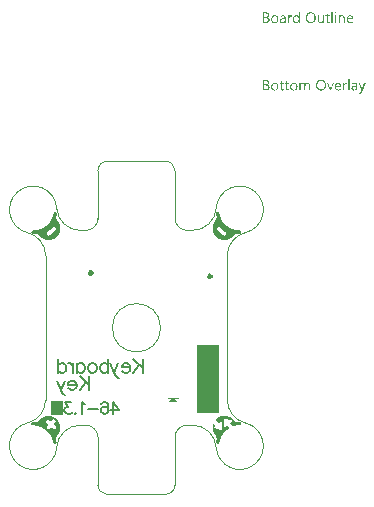
<source format=gbo>
G04*
G04 #@! TF.GenerationSoftware,Altium Limited,Altium Designer,21.8.1 (53)*
G04*
G04 Layer_Color=32896*
%FSAX25Y25*%
%MOIN*%
G70*
G04*
G04 #@! TF.SameCoordinates,905CEB84-E458-47E2-99EE-E5A9494BEB7C*
G04*
G04*
G04 #@! TF.FilePolarity,Positive*
G04*
G01*
G75*
%ADD10C,0.00394*%
%ADD17C,0.01968*%
%ADD50C,0.01181*%
%ADD51C,0.00630*%
%ADD52R,0.04419X0.04528*%
%ADD53R,0.07560X0.22894*%
G36*
X0066434Y0137775D02*
X0066458D01*
X0066514Y0137751D01*
X0066545Y0137732D01*
X0066576Y0137707D01*
X0066582Y0137701D01*
X0066588Y0137695D01*
X0066619Y0137658D01*
X0066644Y0137596D01*
X0066650Y0137559D01*
X0066656Y0137522D01*
Y0137515D01*
Y0137503D01*
X0066650Y0137484D01*
X0066644Y0137460D01*
X0066625Y0137398D01*
X0066601Y0137367D01*
X0066576Y0137336D01*
X0066570D01*
X0066563Y0137323D01*
X0066526Y0137299D01*
X0066471Y0137274D01*
X0066434Y0137268D01*
X0066396Y0137262D01*
X0066378D01*
X0066359Y0137268D01*
X0066334D01*
X0066273Y0137293D01*
X0066242Y0137305D01*
X0066211Y0137330D01*
Y0137336D01*
X0066198Y0137342D01*
X0066186Y0137361D01*
X0066173Y0137379D01*
X0066149Y0137441D01*
X0066143Y0137478D01*
X0066136Y0137522D01*
Y0137528D01*
Y0137540D01*
X0066143Y0137559D01*
X0066149Y0137590D01*
X0066167Y0137645D01*
X0066186Y0137676D01*
X0066211Y0137707D01*
X0066217Y0137713D01*
X0066223Y0137720D01*
X0066260Y0137744D01*
X0066322Y0137769D01*
X0066359Y0137782D01*
X0066415D01*
X0066434Y0137775D01*
D02*
G37*
G36*
X0054444Y0134111D02*
X0054041D01*
Y0134532D01*
X0054029D01*
Y0134526D01*
X0054016Y0134513D01*
X0053998Y0134488D01*
X0053979Y0134458D01*
X0053948Y0134420D01*
X0053911Y0134383D01*
X0053868Y0134340D01*
X0053818Y0134297D01*
X0053763Y0134247D01*
X0053694Y0134204D01*
X0053626Y0134167D01*
X0053546Y0134129D01*
X0053465Y0134098D01*
X0053373Y0134074D01*
X0053274Y0134061D01*
X0053168Y0134055D01*
X0053125D01*
X0053088Y0134061D01*
X0053051Y0134067D01*
X0053001Y0134074D01*
X0052896Y0134098D01*
X0052772Y0134136D01*
X0052648Y0134197D01*
X0052580Y0134235D01*
X0052525Y0134278D01*
X0052463Y0134334D01*
X0052407Y0134389D01*
Y0134396D01*
X0052395Y0134408D01*
X0052382Y0134426D01*
X0052364Y0134451D01*
X0052345Y0134482D01*
X0052320Y0134526D01*
X0052296Y0134575D01*
X0052271Y0134631D01*
X0052240Y0134693D01*
X0052215Y0134761D01*
X0052190Y0134835D01*
X0052172Y0134915D01*
X0052153Y0135002D01*
X0052141Y0135101D01*
X0052135Y0135200D01*
X0052128Y0135306D01*
Y0135312D01*
Y0135330D01*
Y0135367D01*
X0052135Y0135411D01*
X0052141Y0135460D01*
X0052147Y0135522D01*
X0052153Y0135590D01*
X0052166Y0135664D01*
X0052203Y0135826D01*
X0052258Y0135993D01*
X0052296Y0136073D01*
X0052339Y0136153D01*
X0052382Y0136228D01*
X0052438Y0136302D01*
X0052444Y0136308D01*
X0052450Y0136321D01*
X0052469Y0136339D01*
X0052494Y0136364D01*
X0052525Y0136389D01*
X0052568Y0136420D01*
X0052611Y0136457D01*
X0052661Y0136494D01*
X0052785Y0136562D01*
X0052927Y0136624D01*
X0053007Y0136643D01*
X0053094Y0136661D01*
X0053181Y0136673D01*
X0053280Y0136680D01*
X0053329D01*
X0053366Y0136673D01*
X0053404Y0136667D01*
X0053453Y0136661D01*
X0053565Y0136630D01*
X0053688Y0136581D01*
X0053750Y0136550D01*
X0053812Y0136506D01*
X0053874Y0136463D01*
X0053930Y0136407D01*
X0053979Y0136345D01*
X0054029Y0136271D01*
X0054041D01*
Y0137831D01*
X0054444D01*
Y0134111D01*
D02*
G37*
G36*
X0068711Y0136673D02*
X0068786Y0136667D01*
X0068879Y0136649D01*
X0068978Y0136618D01*
X0069083Y0136568D01*
X0069188Y0136500D01*
X0069231Y0136463D01*
X0069275Y0136414D01*
X0069287Y0136401D01*
X0069312Y0136364D01*
X0069343Y0136302D01*
X0069386Y0136215D01*
X0069423Y0136110D01*
X0069460Y0135980D01*
X0069485Y0135826D01*
X0069491Y0135646D01*
Y0134111D01*
X0069089D01*
Y0135541D01*
Y0135547D01*
Y0135578D01*
X0069083Y0135615D01*
Y0135664D01*
X0069070Y0135726D01*
X0069058Y0135794D01*
X0069039Y0135869D01*
X0069015Y0135943D01*
X0068984Y0136017D01*
X0068947Y0136085D01*
X0068897Y0136153D01*
X0068841Y0136215D01*
X0068779Y0136265D01*
X0068699Y0136302D01*
X0068612Y0136333D01*
X0068507Y0136339D01*
X0068495D01*
X0068458Y0136333D01*
X0068402Y0136327D01*
X0068334Y0136308D01*
X0068253Y0136284D01*
X0068167Y0136240D01*
X0068086Y0136185D01*
X0068006Y0136110D01*
X0068000Y0136098D01*
X0067975Y0136073D01*
X0067944Y0136024D01*
X0067907Y0135956D01*
X0067870Y0135875D01*
X0067839Y0135776D01*
X0067814Y0135664D01*
X0067808Y0135541D01*
Y0134111D01*
X0067405D01*
Y0136624D01*
X0067808D01*
Y0136203D01*
X0067820D01*
X0067826Y0136209D01*
X0067832Y0136222D01*
X0067851Y0136246D01*
X0067876Y0136277D01*
X0067901Y0136314D01*
X0067938Y0136352D01*
X0067981Y0136395D01*
X0068031Y0136444D01*
X0068086Y0136488D01*
X0068148Y0136531D01*
X0068216Y0136568D01*
X0068291Y0136605D01*
X0068365Y0136636D01*
X0068451Y0136661D01*
X0068544Y0136673D01*
X0068643Y0136680D01*
X0068681D01*
X0068711Y0136673D01*
D02*
G37*
G36*
X0051714Y0136661D02*
X0051788Y0136655D01*
X0051831Y0136643D01*
X0051862Y0136630D01*
Y0136215D01*
X0051856Y0136222D01*
X0051844Y0136228D01*
X0051819Y0136240D01*
X0051788Y0136259D01*
X0051745Y0136271D01*
X0051689Y0136284D01*
X0051627Y0136290D01*
X0051559Y0136296D01*
X0051547D01*
X0051516Y0136290D01*
X0051466Y0136284D01*
X0051410Y0136265D01*
X0051336Y0136234D01*
X0051268Y0136191D01*
X0051194Y0136129D01*
X0051126Y0136048D01*
X0051119Y0136036D01*
X0051101Y0136005D01*
X0051070Y0135949D01*
X0051039Y0135875D01*
X0051008Y0135782D01*
X0050977Y0135664D01*
X0050959Y0135535D01*
X0050952Y0135386D01*
Y0134111D01*
X0050550D01*
Y0136624D01*
X0050952D01*
Y0136104D01*
X0050965D01*
Y0136110D01*
X0050971Y0136116D01*
X0050983Y0136147D01*
X0051002Y0136197D01*
X0051033Y0136259D01*
X0051064Y0136321D01*
X0051113Y0136389D01*
X0051163Y0136457D01*
X0051225Y0136519D01*
X0051231Y0136525D01*
X0051256Y0136544D01*
X0051293Y0136568D01*
X0051342Y0136593D01*
X0051398Y0136618D01*
X0051466Y0136643D01*
X0051540Y0136661D01*
X0051621Y0136667D01*
X0051676D01*
X0051714Y0136661D01*
D02*
G37*
G36*
X0062453Y0134111D02*
X0062051D01*
Y0134507D01*
X0062039D01*
Y0134501D01*
X0062026Y0134488D01*
X0062014Y0134464D01*
X0061989Y0134439D01*
X0061933Y0134365D01*
X0061847Y0134284D01*
X0061797Y0134241D01*
X0061742Y0134197D01*
X0061680Y0134160D01*
X0061605Y0134123D01*
X0061531Y0134098D01*
X0061450Y0134074D01*
X0061358Y0134061D01*
X0061265Y0134055D01*
X0061228D01*
X0061184Y0134061D01*
X0061123Y0134074D01*
X0061054Y0134086D01*
X0060980Y0134111D01*
X0060900Y0134142D01*
X0060819Y0134191D01*
X0060733Y0134247D01*
X0060652Y0134315D01*
X0060578Y0134402D01*
X0060510Y0134507D01*
X0060448Y0134625D01*
X0060404Y0134767D01*
X0060380Y0134934D01*
X0060367Y0135021D01*
Y0135120D01*
Y0136624D01*
X0060764D01*
Y0135182D01*
Y0135176D01*
Y0135151D01*
X0060770Y0135107D01*
X0060776Y0135058D01*
X0060782Y0134996D01*
X0060794Y0134934D01*
X0060813Y0134860D01*
X0060838Y0134785D01*
X0060875Y0134711D01*
X0060912Y0134643D01*
X0060962Y0134575D01*
X0061023Y0134513D01*
X0061092Y0134464D01*
X0061172Y0134426D01*
X0061271Y0134396D01*
X0061376Y0134389D01*
X0061389D01*
X0061426Y0134396D01*
X0061481Y0134402D01*
X0061543Y0134414D01*
X0061624Y0134445D01*
X0061704Y0134482D01*
X0061785Y0134532D01*
X0061859Y0134606D01*
X0061865Y0134618D01*
X0061890Y0134643D01*
X0061921Y0134693D01*
X0061958Y0134761D01*
X0061989Y0134841D01*
X0062020Y0134940D01*
X0062045Y0135052D01*
X0062051Y0135176D01*
Y0136624D01*
X0062453D01*
Y0134111D01*
D02*
G37*
G36*
X0066588D02*
X0066186D01*
Y0136624D01*
X0066588D01*
Y0134111D01*
D02*
G37*
G36*
X0065369D02*
X0064966D01*
Y0137831D01*
X0065369D01*
Y0134111D01*
D02*
G37*
G36*
X0048990Y0136673D02*
X0049046Y0136667D01*
X0049114Y0136649D01*
X0049188Y0136630D01*
X0049269Y0136599D01*
X0049355Y0136562D01*
X0049436Y0136513D01*
X0049516Y0136451D01*
X0049591Y0136376D01*
X0049659Y0136284D01*
X0049714Y0136178D01*
X0049758Y0136055D01*
X0049782Y0135912D01*
X0049795Y0135745D01*
Y0134111D01*
X0049392D01*
Y0134501D01*
X0049380D01*
Y0134495D01*
X0049368Y0134482D01*
X0049355Y0134458D01*
X0049330Y0134433D01*
X0049269Y0134358D01*
X0049188Y0134278D01*
X0049077Y0134197D01*
X0048947Y0134123D01*
X0048866Y0134098D01*
X0048786Y0134074D01*
X0048699Y0134061D01*
X0048606Y0134055D01*
X0048569D01*
X0048544Y0134061D01*
X0048476Y0134067D01*
X0048396Y0134080D01*
X0048297Y0134105D01*
X0048204Y0134136D01*
X0048105Y0134185D01*
X0048018Y0134247D01*
X0048012Y0134259D01*
X0047987Y0134284D01*
X0047950Y0134327D01*
X0047913Y0134389D01*
X0047876Y0134464D01*
X0047839Y0134550D01*
X0047814Y0134656D01*
X0047808Y0134773D01*
Y0134779D01*
Y0134804D01*
X0047814Y0134841D01*
X0047820Y0134885D01*
X0047833Y0134940D01*
X0047851Y0135002D01*
X0047876Y0135070D01*
X0047913Y0135138D01*
X0047956Y0135213D01*
X0048012Y0135287D01*
X0048080Y0135355D01*
X0048161Y0135417D01*
X0048254Y0135479D01*
X0048365Y0135528D01*
X0048489Y0135565D01*
X0048637Y0135596D01*
X0049392Y0135702D01*
Y0135708D01*
Y0135726D01*
X0049386Y0135764D01*
Y0135801D01*
X0049374Y0135850D01*
X0049368Y0135906D01*
X0049330Y0136024D01*
X0049300Y0136079D01*
X0049269Y0136135D01*
X0049225Y0136191D01*
X0049176Y0136240D01*
X0049114Y0136284D01*
X0049046Y0136314D01*
X0048965Y0136333D01*
X0048873Y0136339D01*
X0048829D01*
X0048798Y0136333D01*
X0048755D01*
X0048711Y0136321D01*
X0048600Y0136302D01*
X0048476Y0136265D01*
X0048340Y0136209D01*
X0048266Y0136172D01*
X0048198Y0136135D01*
X0048123Y0136085D01*
X0048055Y0136030D01*
Y0136444D01*
X0048062D01*
X0048074Y0136457D01*
X0048092Y0136469D01*
X0048123Y0136482D01*
X0048154Y0136500D01*
X0048198Y0136519D01*
X0048247Y0136537D01*
X0048303Y0136562D01*
X0048427Y0136605D01*
X0048575Y0136643D01*
X0048736Y0136667D01*
X0048910Y0136680D01*
X0048947D01*
X0048990Y0136673D01*
D02*
G37*
G36*
X0043301Y0137621D02*
X0043345D01*
X0043388Y0137614D01*
X0043487Y0137602D01*
X0043605Y0137571D01*
X0043729Y0137534D01*
X0043846Y0137478D01*
X0043951Y0137404D01*
X0043958D01*
X0043964Y0137391D01*
X0043995Y0137367D01*
X0044038Y0137317D01*
X0044088Y0137249D01*
X0044131Y0137162D01*
X0044174Y0137064D01*
X0044205Y0136952D01*
X0044218Y0136890D01*
Y0136822D01*
Y0136816D01*
Y0136810D01*
Y0136773D01*
X0044211Y0136717D01*
X0044199Y0136649D01*
X0044180Y0136562D01*
X0044150Y0136475D01*
X0044112Y0136389D01*
X0044057Y0136302D01*
X0044050Y0136290D01*
X0044026Y0136265D01*
X0043988Y0136228D01*
X0043939Y0136178D01*
X0043877Y0136129D01*
X0043803Y0136073D01*
X0043710Y0136030D01*
X0043611Y0135986D01*
Y0135980D01*
X0043630D01*
X0043648Y0135974D01*
X0043667Y0135968D01*
X0043735Y0135956D01*
X0043815Y0135931D01*
X0043902Y0135894D01*
X0043995Y0135850D01*
X0044088Y0135788D01*
X0044174Y0135708D01*
X0044187Y0135696D01*
X0044211Y0135664D01*
X0044242Y0135621D01*
X0044286Y0135553D01*
X0044323Y0135467D01*
X0044360Y0135367D01*
X0044385Y0135250D01*
X0044391Y0135120D01*
Y0135114D01*
Y0135101D01*
Y0135076D01*
X0044385Y0135046D01*
X0044379Y0135008D01*
X0044372Y0134965D01*
X0044348Y0134860D01*
X0044310Y0134742D01*
X0044255Y0134618D01*
X0044218Y0134563D01*
X0044174Y0134501D01*
X0044118Y0134445D01*
X0044063Y0134389D01*
X0044057D01*
X0044050Y0134377D01*
X0044032Y0134365D01*
X0044007Y0134346D01*
X0043976Y0134327D01*
X0043933Y0134303D01*
X0043840Y0134253D01*
X0043722Y0134197D01*
X0043586Y0134154D01*
X0043425Y0134123D01*
X0043345Y0134117D01*
X0043252Y0134111D01*
X0042224D01*
Y0137627D01*
X0043270D01*
X0043301Y0137621D01*
D02*
G37*
G36*
X0063797Y0136624D02*
X0064434D01*
Y0136277D01*
X0063797D01*
Y0134860D01*
Y0134847D01*
Y0134817D01*
X0063803Y0134773D01*
X0063809Y0134718D01*
X0063834Y0134600D01*
X0063852Y0134544D01*
X0063883Y0134501D01*
X0063889Y0134495D01*
X0063902Y0134482D01*
X0063920Y0134470D01*
X0063951Y0134451D01*
X0063988Y0134426D01*
X0064038Y0134414D01*
X0064100Y0134402D01*
X0064168Y0134396D01*
X0064193D01*
X0064224Y0134402D01*
X0064261Y0134408D01*
X0064347Y0134433D01*
X0064391Y0134451D01*
X0064434Y0134476D01*
Y0134129D01*
X0064428D01*
X0064409Y0134117D01*
X0064378Y0134111D01*
X0064335Y0134098D01*
X0064279Y0134086D01*
X0064218Y0134074D01*
X0064143Y0134067D01*
X0064056Y0134061D01*
X0064026D01*
X0063995Y0134067D01*
X0063951Y0134074D01*
X0063902Y0134086D01*
X0063846Y0134098D01*
X0063790Y0134123D01*
X0063728Y0134154D01*
X0063667Y0134191D01*
X0063605Y0134241D01*
X0063549Y0134297D01*
X0063499Y0134371D01*
X0063456Y0134451D01*
X0063425Y0134550D01*
X0063400Y0134662D01*
X0063394Y0134792D01*
Y0136277D01*
X0062967D01*
Y0136624D01*
X0063394D01*
Y0137237D01*
X0063797Y0137367D01*
Y0136624D01*
D02*
G37*
G36*
X0071324Y0136673D02*
X0071367Y0136667D01*
X0071410Y0136661D01*
X0071522Y0136643D01*
X0071645Y0136599D01*
X0071769Y0136544D01*
X0071831Y0136506D01*
X0071893Y0136463D01*
X0071949Y0136414D01*
X0072004Y0136358D01*
X0072011Y0136352D01*
X0072017Y0136345D01*
X0072029Y0136327D01*
X0072048Y0136302D01*
X0072066Y0136265D01*
X0072091Y0136228D01*
X0072116Y0136185D01*
X0072141Y0136129D01*
X0072165Y0136067D01*
X0072190Y0136005D01*
X0072215Y0135931D01*
X0072233Y0135850D01*
X0072252Y0135764D01*
X0072264Y0135677D01*
X0072277Y0135578D01*
Y0135473D01*
Y0135262D01*
X0070500D01*
Y0135256D01*
Y0135244D01*
Y0135225D01*
X0070507Y0135194D01*
X0070513Y0135157D01*
Y0135120D01*
X0070531Y0135021D01*
X0070562Y0134922D01*
X0070599Y0134810D01*
X0070655Y0134705D01*
X0070723Y0134612D01*
X0070736Y0134600D01*
X0070760Y0134575D01*
X0070810Y0134544D01*
X0070878Y0134501D01*
X0070965Y0134458D01*
X0071064Y0134426D01*
X0071181Y0134402D01*
X0071317Y0134389D01*
X0071361D01*
X0071392Y0134396D01*
X0071429D01*
X0071472Y0134402D01*
X0071577Y0134426D01*
X0071695Y0134458D01*
X0071825Y0134507D01*
X0071961Y0134575D01*
X0072029Y0134618D01*
X0072097Y0134668D01*
Y0134290D01*
X0072091D01*
X0072085Y0134278D01*
X0072066Y0134272D01*
X0072035Y0134253D01*
X0072004Y0134235D01*
X0071967Y0134216D01*
X0071918Y0134197D01*
X0071868Y0134173D01*
X0071806Y0134148D01*
X0071738Y0134129D01*
X0071590Y0134092D01*
X0071416Y0134067D01*
X0071224Y0134055D01*
X0071175D01*
X0071138Y0134061D01*
X0071095Y0134067D01*
X0071039Y0134074D01*
X0070921Y0134098D01*
X0070785Y0134136D01*
X0070649Y0134197D01*
X0070581Y0134241D01*
X0070513Y0134284D01*
X0070451Y0134334D01*
X0070389Y0134396D01*
X0070383Y0134402D01*
X0070376Y0134414D01*
X0070364Y0134433D01*
X0070339Y0134458D01*
X0070321Y0134495D01*
X0070296Y0134538D01*
X0070265Y0134588D01*
X0070240Y0134643D01*
X0070209Y0134705D01*
X0070185Y0134779D01*
X0070154Y0134860D01*
X0070135Y0134947D01*
X0070117Y0135039D01*
X0070098Y0135138D01*
X0070092Y0135244D01*
X0070086Y0135355D01*
Y0135361D01*
Y0135380D01*
Y0135411D01*
X0070092Y0135454D01*
X0070098Y0135504D01*
X0070104Y0135559D01*
X0070110Y0135627D01*
X0070129Y0135696D01*
X0070166Y0135844D01*
X0070222Y0136005D01*
X0070259Y0136085D01*
X0070308Y0136160D01*
X0070358Y0136240D01*
X0070414Y0136308D01*
X0070420Y0136314D01*
X0070432Y0136327D01*
X0070451Y0136345D01*
X0070476Y0136364D01*
X0070507Y0136395D01*
X0070544Y0136426D01*
X0070593Y0136457D01*
X0070643Y0136494D01*
X0070760Y0136562D01*
X0070903Y0136624D01*
X0070983Y0136643D01*
X0071064Y0136661D01*
X0071150Y0136673D01*
X0071243Y0136680D01*
X0071293D01*
X0071324Y0136673D01*
D02*
G37*
G36*
X0058281Y0137682D02*
X0058343Y0137676D01*
X0058417Y0137664D01*
X0058498Y0137645D01*
X0058585Y0137627D01*
X0058671Y0137602D01*
X0058770Y0137571D01*
X0058863Y0137528D01*
X0058962Y0137478D01*
X0059061Y0137423D01*
X0059154Y0137354D01*
X0059247Y0137280D01*
X0059334Y0137194D01*
X0059340Y0137187D01*
X0059352Y0137169D01*
X0059377Y0137144D01*
X0059402Y0137107D01*
X0059439Y0137057D01*
X0059476Y0136995D01*
X0059513Y0136927D01*
X0059556Y0136853D01*
X0059600Y0136760D01*
X0059637Y0136667D01*
X0059674Y0136562D01*
X0059711Y0136444D01*
X0059736Y0136327D01*
X0059761Y0136197D01*
X0059773Y0136055D01*
X0059779Y0135912D01*
Y0135900D01*
Y0135875D01*
Y0135832D01*
X0059773Y0135770D01*
X0059767Y0135696D01*
X0059755Y0135615D01*
X0059742Y0135522D01*
X0059724Y0135417D01*
X0059699Y0135312D01*
X0059668Y0135200D01*
X0059631Y0135089D01*
X0059587Y0134977D01*
X0059532Y0134860D01*
X0059470Y0134755D01*
X0059402Y0134649D01*
X0059321Y0134550D01*
X0059315Y0134544D01*
X0059303Y0134532D01*
X0059272Y0134507D01*
X0059241Y0134476D01*
X0059191Y0134433D01*
X0059136Y0134396D01*
X0059074Y0134346D01*
X0058999Y0134303D01*
X0058919Y0134259D01*
X0058826Y0134210D01*
X0058727Y0134173D01*
X0058615Y0134136D01*
X0058498Y0134098D01*
X0058374Y0134074D01*
X0058244Y0134061D01*
X0058102Y0134055D01*
X0058071D01*
X0058027Y0134061D01*
X0057978D01*
X0057916Y0134067D01*
X0057842Y0134080D01*
X0057761Y0134098D01*
X0057668Y0134117D01*
X0057576Y0134142D01*
X0057477Y0134173D01*
X0057377Y0134216D01*
X0057279Y0134259D01*
X0057179Y0134315D01*
X0057080Y0134383D01*
X0056988Y0134458D01*
X0056901Y0134544D01*
X0056895Y0134550D01*
X0056882Y0134569D01*
X0056858Y0134594D01*
X0056833Y0134631D01*
X0056796Y0134680D01*
X0056758Y0134742D01*
X0056721Y0134810D01*
X0056678Y0134891D01*
X0056635Y0134977D01*
X0056598Y0135070D01*
X0056560Y0135176D01*
X0056523Y0135293D01*
X0056498Y0135411D01*
X0056474Y0135541D01*
X0056461Y0135683D01*
X0056455Y0135826D01*
Y0135838D01*
Y0135863D01*
X0056461Y0135906D01*
Y0135968D01*
X0056468Y0136036D01*
X0056480Y0136123D01*
X0056492Y0136215D01*
X0056511Y0136314D01*
X0056536Y0136420D01*
X0056567Y0136531D01*
X0056604Y0136643D01*
X0056647Y0136754D01*
X0056703Y0136865D01*
X0056765Y0136977D01*
X0056833Y0137082D01*
X0056913Y0137181D01*
X0056919Y0137187D01*
X0056932Y0137206D01*
X0056963Y0137231D01*
X0057000Y0137262D01*
X0057043Y0137299D01*
X0057099Y0137342D01*
X0057167Y0137385D01*
X0057241Y0137435D01*
X0057328Y0137484D01*
X0057421Y0137528D01*
X0057520Y0137571D01*
X0057631Y0137608D01*
X0057755Y0137639D01*
X0057885Y0137670D01*
X0058021Y0137682D01*
X0058164Y0137689D01*
X0058232D01*
X0058281Y0137682D01*
D02*
G37*
G36*
X0046254Y0136673D02*
X0046297Y0136667D01*
X0046353Y0136661D01*
X0046477Y0136636D01*
X0046619Y0136593D01*
X0046762Y0136531D01*
X0046836Y0136494D01*
X0046904Y0136451D01*
X0046972Y0136395D01*
X0047034Y0136333D01*
X0047040Y0136327D01*
X0047046Y0136314D01*
X0047065Y0136296D01*
X0047084Y0136271D01*
X0047108Y0136234D01*
X0047133Y0136191D01*
X0047164Y0136141D01*
X0047195Y0136085D01*
X0047220Y0136017D01*
X0047251Y0135949D01*
X0047275Y0135869D01*
X0047300Y0135782D01*
X0047319Y0135689D01*
X0047337Y0135590D01*
X0047344Y0135485D01*
X0047350Y0135374D01*
Y0135367D01*
Y0135349D01*
Y0135318D01*
X0047344Y0135275D01*
X0047337Y0135225D01*
X0047331Y0135163D01*
X0047319Y0135101D01*
X0047306Y0135027D01*
X0047269Y0134878D01*
X0047207Y0134718D01*
X0047170Y0134637D01*
X0047121Y0134556D01*
X0047071Y0134482D01*
X0047009Y0134414D01*
X0047003Y0134408D01*
X0046991Y0134402D01*
X0046972Y0134383D01*
X0046947Y0134358D01*
X0046910Y0134334D01*
X0046873Y0134303D01*
X0046824Y0134266D01*
X0046768Y0134235D01*
X0046706Y0134204D01*
X0046638Y0134167D01*
X0046564Y0134136D01*
X0046483Y0134111D01*
X0046396Y0134086D01*
X0046304Y0134074D01*
X0046205Y0134061D01*
X0046099Y0134055D01*
X0046044D01*
X0046007Y0134061D01*
X0045963Y0134067D01*
X0045908Y0134074D01*
X0045845Y0134086D01*
X0045777Y0134098D01*
X0045635Y0134142D01*
X0045487Y0134204D01*
X0045412Y0134241D01*
X0045344Y0134290D01*
X0045276Y0134340D01*
X0045208Y0134402D01*
X0045202Y0134408D01*
X0045196Y0134420D01*
X0045177Y0134439D01*
X0045158Y0134464D01*
X0045134Y0134501D01*
X0045103Y0134544D01*
X0045072Y0134594D01*
X0045047Y0134649D01*
X0045016Y0134718D01*
X0044985Y0134785D01*
X0044954Y0134860D01*
X0044929Y0134947D01*
X0044892Y0135132D01*
X0044886Y0135231D01*
X0044880Y0135336D01*
Y0135343D01*
Y0135367D01*
Y0135398D01*
X0044886Y0135442D01*
X0044892Y0135491D01*
X0044899Y0135553D01*
X0044911Y0135621D01*
X0044923Y0135696D01*
X0044960Y0135856D01*
X0045022Y0136017D01*
X0045066Y0136098D01*
X0045109Y0136178D01*
X0045158Y0136253D01*
X0045220Y0136321D01*
X0045226Y0136327D01*
X0045239Y0136339D01*
X0045257Y0136352D01*
X0045282Y0136376D01*
X0045319Y0136401D01*
X0045363Y0136432D01*
X0045412Y0136469D01*
X0045468Y0136500D01*
X0045530Y0136531D01*
X0045604Y0136568D01*
X0045678Y0136599D01*
X0045765Y0136624D01*
X0045852Y0136649D01*
X0045951Y0136667D01*
X0046056Y0136673D01*
X0046161Y0136680D01*
X0046217D01*
X0046254Y0136673D01*
D02*
G37*
G36*
X0057161Y0114178D02*
X0057217Y0114166D01*
X0057279Y0114153D01*
X0057347Y0114128D01*
X0057427Y0114098D01*
X0057501Y0114054D01*
X0057582Y0114005D01*
X0057656Y0113937D01*
X0057724Y0113850D01*
X0057786Y0113751D01*
X0057842Y0113639D01*
X0057879Y0113497D01*
X0057910Y0113342D01*
X0057916Y0113163D01*
Y0111615D01*
X0057514D01*
Y0113058D01*
Y0113064D01*
Y0113076D01*
Y0113095D01*
Y0113126D01*
X0057507Y0113200D01*
X0057495Y0113287D01*
X0057483Y0113386D01*
X0057458Y0113485D01*
X0057427Y0113578D01*
X0057384Y0113658D01*
X0057377Y0113664D01*
X0057359Y0113689D01*
X0057328Y0113720D01*
X0057279Y0113751D01*
X0057223Y0113788D01*
X0057148Y0113813D01*
X0057056Y0113838D01*
X0056950Y0113844D01*
X0056938D01*
X0056907Y0113838D01*
X0056858Y0113831D01*
X0056796Y0113813D01*
X0056728Y0113788D01*
X0056653Y0113745D01*
X0056579Y0113689D01*
X0056511Y0113609D01*
X0056505Y0113596D01*
X0056486Y0113565D01*
X0056455Y0113516D01*
X0056424Y0113448D01*
X0056387Y0113367D01*
X0056362Y0113274D01*
X0056338Y0113163D01*
X0056331Y0113045D01*
Y0111615D01*
X0055929D01*
Y0113107D01*
Y0113113D01*
Y0113138D01*
X0055923Y0113175D01*
Y0113225D01*
X0055910Y0113280D01*
X0055898Y0113342D01*
X0055879Y0113404D01*
X0055861Y0113479D01*
X0055830Y0113547D01*
X0055793Y0113609D01*
X0055743Y0113671D01*
X0055688Y0113726D01*
X0055626Y0113776D01*
X0055545Y0113813D01*
X0055459Y0113838D01*
X0055360Y0113844D01*
X0055347D01*
X0055316Y0113838D01*
X0055267Y0113831D01*
X0055205Y0113819D01*
X0055137Y0113788D01*
X0055063Y0113751D01*
X0054988Y0113695D01*
X0054920Y0113621D01*
X0054914Y0113609D01*
X0054895Y0113584D01*
X0054864Y0113534D01*
X0054833Y0113466D01*
X0054803Y0113386D01*
X0054772Y0113287D01*
X0054753Y0113175D01*
X0054747Y0113045D01*
Y0111615D01*
X0054344D01*
Y0114128D01*
X0054747D01*
Y0113726D01*
X0054759D01*
X0054765Y0113732D01*
X0054772Y0113745D01*
X0054790Y0113769D01*
X0054809Y0113800D01*
X0054871Y0113868D01*
X0054957Y0113955D01*
X0055069Y0114042D01*
X0055199Y0114110D01*
X0055279Y0114141D01*
X0055360Y0114166D01*
X0055446Y0114178D01*
X0055539Y0114184D01*
X0055582D01*
X0055632Y0114178D01*
X0055694Y0114166D01*
X0055762Y0114147D01*
X0055836Y0114122D01*
X0055910Y0114091D01*
X0055985Y0114042D01*
X0055991Y0114036D01*
X0056016Y0114017D01*
X0056047Y0113986D01*
X0056090Y0113943D01*
X0056133Y0113887D01*
X0056177Y0113825D01*
X0056220Y0113751D01*
X0056251Y0113664D01*
X0056257Y0113671D01*
X0056263Y0113689D01*
X0056282Y0113714D01*
X0056300Y0113745D01*
X0056331Y0113788D01*
X0056369Y0113831D01*
X0056412Y0113875D01*
X0056461Y0113924D01*
X0056517Y0113974D01*
X0056579Y0114017D01*
X0056647Y0114067D01*
X0056721Y0114104D01*
X0056802Y0114135D01*
X0056889Y0114160D01*
X0056988Y0114178D01*
X0057087Y0114184D01*
X0057124D01*
X0057161Y0114178D01*
D02*
G37*
G36*
X0070036Y0114166D02*
X0070110Y0114160D01*
X0070154Y0114147D01*
X0070185Y0114135D01*
Y0113720D01*
X0070178Y0113726D01*
X0070166Y0113732D01*
X0070141Y0113745D01*
X0070110Y0113763D01*
X0070067Y0113776D01*
X0070011Y0113788D01*
X0069949Y0113794D01*
X0069881Y0113800D01*
X0069869D01*
X0069838Y0113794D01*
X0069788Y0113788D01*
X0069733Y0113769D01*
X0069658Y0113739D01*
X0069590Y0113695D01*
X0069516Y0113633D01*
X0069448Y0113553D01*
X0069442Y0113540D01*
X0069423Y0113510D01*
X0069392Y0113454D01*
X0069361Y0113380D01*
X0069330Y0113287D01*
X0069300Y0113169D01*
X0069281Y0113039D01*
X0069275Y0112891D01*
Y0111615D01*
X0068872D01*
Y0114128D01*
X0069275D01*
Y0113609D01*
X0069287D01*
Y0113615D01*
X0069293Y0113621D01*
X0069306Y0113652D01*
X0069324Y0113701D01*
X0069355Y0113763D01*
X0069386Y0113825D01*
X0069436Y0113893D01*
X0069485Y0113961D01*
X0069547Y0114023D01*
X0069553Y0114030D01*
X0069578Y0114048D01*
X0069615Y0114073D01*
X0069665Y0114098D01*
X0069720Y0114122D01*
X0069788Y0114147D01*
X0069863Y0114166D01*
X0069943Y0114172D01*
X0069999D01*
X0070036Y0114166D01*
D02*
G37*
G36*
X0075242Y0111213D02*
X0075236Y0111207D01*
X0075230Y0111182D01*
X0075211Y0111139D01*
X0075186Y0111089D01*
X0075155Y0111033D01*
X0075112Y0110965D01*
X0075068Y0110897D01*
X0075019Y0110823D01*
X0074957Y0110749D01*
X0074895Y0110681D01*
X0074821Y0110613D01*
X0074740Y0110557D01*
X0074660Y0110507D01*
X0074567Y0110464D01*
X0074474Y0110439D01*
X0074369Y0110433D01*
X0074313D01*
X0074276Y0110439D01*
X0074196Y0110452D01*
X0074109Y0110470D01*
Y0110829D01*
X0074115D01*
X0074134Y0110823D01*
X0074159Y0110817D01*
X0074190Y0110811D01*
X0074264Y0110792D01*
X0074344Y0110786D01*
X0074357D01*
X0074394Y0110792D01*
X0074449Y0110804D01*
X0074518Y0110829D01*
X0074592Y0110873D01*
X0074629Y0110904D01*
X0074666Y0110941D01*
X0074703Y0110978D01*
X0074740Y0111027D01*
X0074771Y0111083D01*
X0074802Y0111145D01*
X0075007Y0111615D01*
X0074022Y0114128D01*
X0074468D01*
X0075149Y0112191D01*
Y0112185D01*
X0075155Y0112172D01*
X0075161Y0112154D01*
X0075168Y0112129D01*
X0075174Y0112092D01*
X0075186Y0112055D01*
X0075199Y0111999D01*
X0075217D01*
Y0112012D01*
X0075230Y0112049D01*
X0075242Y0112104D01*
X0075267Y0112185D01*
X0075978Y0114128D01*
X0076393D01*
X0075242Y0111213D01*
D02*
G37*
G36*
X0064812Y0111615D02*
X0064416D01*
X0063462Y0114128D01*
X0063902D01*
X0064546Y0112302D01*
X0064552Y0112296D01*
X0064558Y0112271D01*
X0064570Y0112228D01*
X0064583Y0112185D01*
X0064595Y0112129D01*
X0064614Y0112067D01*
X0064632Y0111950D01*
X0064638D01*
Y0111956D01*
X0064645Y0111981D01*
X0064651Y0112018D01*
X0064657Y0112061D01*
X0064669Y0112117D01*
X0064682Y0112172D01*
X0064719Y0112290D01*
X0065387Y0114128D01*
X0065808D01*
X0064812Y0111615D01*
D02*
G37*
G36*
X0072834Y0114178D02*
X0072890Y0114172D01*
X0072958Y0114153D01*
X0073032Y0114135D01*
X0073112Y0114104D01*
X0073199Y0114067D01*
X0073280Y0114017D01*
X0073360Y0113955D01*
X0073434Y0113881D01*
X0073502Y0113788D01*
X0073558Y0113683D01*
X0073602Y0113559D01*
X0073626Y0113417D01*
X0073639Y0113250D01*
Y0111615D01*
X0073236D01*
Y0112005D01*
X0073224D01*
Y0111999D01*
X0073211Y0111987D01*
X0073199Y0111962D01*
X0073174Y0111937D01*
X0073112Y0111863D01*
X0073032Y0111783D01*
X0072921Y0111702D01*
X0072791Y0111628D01*
X0072710Y0111603D01*
X0072630Y0111578D01*
X0072543Y0111566D01*
X0072450Y0111560D01*
X0072413D01*
X0072388Y0111566D01*
X0072320Y0111572D01*
X0072240Y0111584D01*
X0072141Y0111609D01*
X0072048Y0111640D01*
X0071949Y0111690D01*
X0071862Y0111751D01*
X0071856Y0111764D01*
X0071831Y0111789D01*
X0071794Y0111832D01*
X0071757Y0111894D01*
X0071720Y0111968D01*
X0071683Y0112055D01*
X0071658Y0112160D01*
X0071652Y0112278D01*
Y0112284D01*
Y0112309D01*
X0071658Y0112346D01*
X0071664Y0112389D01*
X0071676Y0112445D01*
X0071695Y0112507D01*
X0071720Y0112575D01*
X0071757Y0112643D01*
X0071800Y0112717D01*
X0071856Y0112792D01*
X0071924Y0112860D01*
X0072004Y0112922D01*
X0072097Y0112983D01*
X0072209Y0113033D01*
X0072333Y0113070D01*
X0072481Y0113101D01*
X0073236Y0113206D01*
Y0113212D01*
Y0113231D01*
X0073230Y0113268D01*
Y0113305D01*
X0073218Y0113355D01*
X0073211Y0113410D01*
X0073174Y0113528D01*
X0073143Y0113584D01*
X0073112Y0113639D01*
X0073069Y0113695D01*
X0073020Y0113745D01*
X0072958Y0113788D01*
X0072890Y0113819D01*
X0072809Y0113838D01*
X0072716Y0113844D01*
X0072673D01*
X0072642Y0113838D01*
X0072599D01*
X0072555Y0113825D01*
X0072444Y0113807D01*
X0072320Y0113769D01*
X0072184Y0113714D01*
X0072110Y0113677D01*
X0072042Y0113639D01*
X0071967Y0113590D01*
X0071899Y0113534D01*
Y0113949D01*
X0071905D01*
X0071918Y0113961D01*
X0071936Y0113974D01*
X0071967Y0113986D01*
X0071998Y0114005D01*
X0072042Y0114023D01*
X0072091Y0114042D01*
X0072147Y0114067D01*
X0072271Y0114110D01*
X0072419Y0114147D01*
X0072580Y0114172D01*
X0072754Y0114184D01*
X0072791D01*
X0072834Y0114178D01*
D02*
G37*
G36*
X0071020Y0111615D02*
X0070618D01*
Y0115336D01*
X0071020D01*
Y0111615D01*
D02*
G37*
G36*
X0043301Y0115125D02*
X0043345D01*
X0043388Y0115119D01*
X0043487Y0115106D01*
X0043605Y0115076D01*
X0043729Y0115038D01*
X0043846Y0114983D01*
X0043951Y0114908D01*
X0043958D01*
X0043964Y0114896D01*
X0043995Y0114871D01*
X0044038Y0114822D01*
X0044088Y0114754D01*
X0044131Y0114667D01*
X0044174Y0114568D01*
X0044205Y0114457D01*
X0044218Y0114395D01*
Y0114327D01*
Y0114320D01*
Y0114314D01*
Y0114277D01*
X0044211Y0114221D01*
X0044199Y0114153D01*
X0044180Y0114067D01*
X0044150Y0113980D01*
X0044112Y0113893D01*
X0044057Y0113807D01*
X0044050Y0113794D01*
X0044026Y0113769D01*
X0043988Y0113732D01*
X0043939Y0113683D01*
X0043877Y0113633D01*
X0043803Y0113578D01*
X0043710Y0113534D01*
X0043611Y0113491D01*
Y0113485D01*
X0043630D01*
X0043648Y0113479D01*
X0043667Y0113472D01*
X0043735Y0113460D01*
X0043815Y0113435D01*
X0043902Y0113398D01*
X0043995Y0113355D01*
X0044088Y0113293D01*
X0044174Y0113212D01*
X0044187Y0113200D01*
X0044211Y0113169D01*
X0044242Y0113126D01*
X0044286Y0113058D01*
X0044323Y0112971D01*
X0044360Y0112872D01*
X0044385Y0112754D01*
X0044391Y0112624D01*
Y0112618D01*
Y0112606D01*
Y0112581D01*
X0044385Y0112550D01*
X0044379Y0112513D01*
X0044372Y0112470D01*
X0044348Y0112364D01*
X0044310Y0112247D01*
X0044255Y0112123D01*
X0044218Y0112067D01*
X0044174Y0112005D01*
X0044118Y0111950D01*
X0044063Y0111894D01*
X0044057D01*
X0044050Y0111881D01*
X0044032Y0111869D01*
X0044007Y0111851D01*
X0043976Y0111832D01*
X0043933Y0111807D01*
X0043840Y0111758D01*
X0043722Y0111702D01*
X0043586Y0111659D01*
X0043425Y0111628D01*
X0043345Y0111622D01*
X0043252Y0111615D01*
X0042224D01*
Y0115131D01*
X0043270D01*
X0043301Y0115125D01*
D02*
G37*
G36*
X0050228Y0114128D02*
X0050866D01*
Y0113782D01*
X0050228D01*
Y0112364D01*
Y0112352D01*
Y0112321D01*
X0050234Y0112278D01*
X0050240Y0112222D01*
X0050265Y0112104D01*
X0050284Y0112049D01*
X0050315Y0112005D01*
X0050321Y0111999D01*
X0050333Y0111987D01*
X0050352Y0111974D01*
X0050383Y0111956D01*
X0050420Y0111931D01*
X0050469Y0111919D01*
X0050531Y0111906D01*
X0050599Y0111900D01*
X0050624D01*
X0050655Y0111906D01*
X0050692Y0111913D01*
X0050779Y0111937D01*
X0050822Y0111956D01*
X0050866Y0111981D01*
Y0111634D01*
X0050859D01*
X0050841Y0111622D01*
X0050810Y0111615D01*
X0050767Y0111603D01*
X0050711Y0111591D01*
X0050649Y0111578D01*
X0050575Y0111572D01*
X0050488Y0111566D01*
X0050457D01*
X0050426Y0111572D01*
X0050383Y0111578D01*
X0050333Y0111591D01*
X0050278Y0111603D01*
X0050222Y0111628D01*
X0050160Y0111659D01*
X0050098Y0111696D01*
X0050036Y0111745D01*
X0049981Y0111801D01*
X0049931Y0111875D01*
X0049888Y0111956D01*
X0049857Y0112055D01*
X0049832Y0112166D01*
X0049826Y0112296D01*
Y0113782D01*
X0049399D01*
Y0114128D01*
X0049826D01*
Y0114741D01*
X0050228Y0114871D01*
Y0114128D01*
D02*
G37*
G36*
X0048526D02*
X0049163D01*
Y0113782D01*
X0048526D01*
Y0112364D01*
Y0112352D01*
Y0112321D01*
X0048532Y0112278D01*
X0048538Y0112222D01*
X0048563Y0112104D01*
X0048581Y0112049D01*
X0048612Y0112005D01*
X0048619Y0111999D01*
X0048631Y0111987D01*
X0048650Y0111974D01*
X0048681Y0111956D01*
X0048718Y0111931D01*
X0048767Y0111919D01*
X0048829Y0111906D01*
X0048897Y0111900D01*
X0048922D01*
X0048953Y0111906D01*
X0048990Y0111913D01*
X0049077Y0111937D01*
X0049120Y0111956D01*
X0049163Y0111981D01*
Y0111634D01*
X0049157D01*
X0049139Y0111622D01*
X0049108Y0111615D01*
X0049064Y0111603D01*
X0049009Y0111591D01*
X0048947Y0111578D01*
X0048873Y0111572D01*
X0048786Y0111566D01*
X0048755D01*
X0048724Y0111572D01*
X0048681Y0111578D01*
X0048631Y0111591D01*
X0048575Y0111603D01*
X0048520Y0111628D01*
X0048458Y0111659D01*
X0048396Y0111696D01*
X0048334Y0111745D01*
X0048278Y0111801D01*
X0048229Y0111875D01*
X0048185Y0111956D01*
X0048154Y0112055D01*
X0048130Y0112166D01*
X0048123Y0112296D01*
Y0113782D01*
X0047696D01*
Y0114128D01*
X0048123D01*
Y0114741D01*
X0048526Y0114871D01*
Y0114128D01*
D02*
G37*
G36*
X0067313Y0114178D02*
X0067356Y0114172D01*
X0067399Y0114166D01*
X0067511Y0114147D01*
X0067634Y0114104D01*
X0067758Y0114048D01*
X0067820Y0114011D01*
X0067882Y0113968D01*
X0067938Y0113918D01*
X0067993Y0113862D01*
X0068000Y0113856D01*
X0068006Y0113850D01*
X0068018Y0113831D01*
X0068037Y0113807D01*
X0068055Y0113769D01*
X0068080Y0113732D01*
X0068105Y0113689D01*
X0068129Y0113633D01*
X0068154Y0113571D01*
X0068179Y0113510D01*
X0068204Y0113435D01*
X0068222Y0113355D01*
X0068241Y0113268D01*
X0068253Y0113181D01*
X0068266Y0113082D01*
Y0112977D01*
Y0112767D01*
X0066489D01*
Y0112760D01*
Y0112748D01*
Y0112730D01*
X0066495Y0112699D01*
X0066502Y0112662D01*
Y0112624D01*
X0066520Y0112525D01*
X0066551Y0112426D01*
X0066588Y0112315D01*
X0066644Y0112210D01*
X0066712Y0112117D01*
X0066724Y0112104D01*
X0066749Y0112080D01*
X0066799Y0112049D01*
X0066867Y0112005D01*
X0066953Y0111962D01*
X0067053Y0111931D01*
X0067170Y0111906D01*
X0067306Y0111894D01*
X0067350D01*
X0067381Y0111900D01*
X0067418D01*
X0067461Y0111906D01*
X0067566Y0111931D01*
X0067684Y0111962D01*
X0067814Y0112012D01*
X0067950Y0112080D01*
X0068018Y0112123D01*
X0068086Y0112172D01*
Y0111795D01*
X0068080D01*
X0068074Y0111783D01*
X0068055Y0111776D01*
X0068024Y0111758D01*
X0067993Y0111739D01*
X0067956Y0111721D01*
X0067907Y0111702D01*
X0067857Y0111677D01*
X0067795Y0111653D01*
X0067727Y0111634D01*
X0067579Y0111597D01*
X0067405Y0111572D01*
X0067213Y0111560D01*
X0067164D01*
X0067127Y0111566D01*
X0067083Y0111572D01*
X0067028Y0111578D01*
X0066910Y0111603D01*
X0066774Y0111640D01*
X0066638Y0111702D01*
X0066570Y0111745D01*
X0066502Y0111789D01*
X0066440Y0111838D01*
X0066378Y0111900D01*
X0066372Y0111906D01*
X0066365Y0111919D01*
X0066353Y0111937D01*
X0066328Y0111962D01*
X0066310Y0111999D01*
X0066285Y0112042D01*
X0066254Y0112092D01*
X0066229Y0112148D01*
X0066198Y0112210D01*
X0066173Y0112284D01*
X0066143Y0112364D01*
X0066124Y0112451D01*
X0066105Y0112544D01*
X0066087Y0112643D01*
X0066081Y0112748D01*
X0066075Y0112860D01*
Y0112866D01*
Y0112884D01*
Y0112915D01*
X0066081Y0112959D01*
X0066087Y0113008D01*
X0066093Y0113064D01*
X0066099Y0113132D01*
X0066118Y0113200D01*
X0066155Y0113349D01*
X0066211Y0113510D01*
X0066248Y0113590D01*
X0066297Y0113664D01*
X0066347Y0113745D01*
X0066403Y0113813D01*
X0066409Y0113819D01*
X0066421Y0113831D01*
X0066440Y0113850D01*
X0066464Y0113868D01*
X0066495Y0113900D01*
X0066532Y0113930D01*
X0066582Y0113961D01*
X0066632Y0113998D01*
X0066749Y0114067D01*
X0066891Y0114128D01*
X0066972Y0114147D01*
X0067053Y0114166D01*
X0067139Y0114178D01*
X0067232Y0114184D01*
X0067282D01*
X0067313Y0114178D01*
D02*
G37*
G36*
X0061698Y0115187D02*
X0061760Y0115181D01*
X0061834Y0115168D01*
X0061915Y0115150D01*
X0062001Y0115131D01*
X0062088Y0115106D01*
X0062187Y0115076D01*
X0062280Y0115032D01*
X0062379Y0114983D01*
X0062478Y0114927D01*
X0062571Y0114859D01*
X0062664Y0114785D01*
X0062750Y0114698D01*
X0062757Y0114692D01*
X0062769Y0114673D01*
X0062794Y0114648D01*
X0062818Y0114611D01*
X0062856Y0114562D01*
X0062893Y0114500D01*
X0062930Y0114432D01*
X0062973Y0114357D01*
X0063017Y0114265D01*
X0063054Y0114172D01*
X0063091Y0114067D01*
X0063128Y0113949D01*
X0063153Y0113831D01*
X0063178Y0113701D01*
X0063190Y0113559D01*
X0063196Y0113417D01*
Y0113404D01*
Y0113380D01*
Y0113336D01*
X0063190Y0113274D01*
X0063184Y0113200D01*
X0063171Y0113119D01*
X0063159Y0113027D01*
X0063140Y0112922D01*
X0063116Y0112816D01*
X0063085Y0112705D01*
X0063048Y0112593D01*
X0063004Y0112482D01*
X0062949Y0112364D01*
X0062887Y0112259D01*
X0062818Y0112154D01*
X0062738Y0112055D01*
X0062732Y0112049D01*
X0062720Y0112036D01*
X0062688Y0112012D01*
X0062658Y0111981D01*
X0062608Y0111937D01*
X0062552Y0111900D01*
X0062490Y0111851D01*
X0062416Y0111807D01*
X0062336Y0111764D01*
X0062243Y0111714D01*
X0062144Y0111677D01*
X0062032Y0111640D01*
X0061915Y0111603D01*
X0061791Y0111578D01*
X0061661Y0111566D01*
X0061519Y0111560D01*
X0061488D01*
X0061444Y0111566D01*
X0061395D01*
X0061333Y0111572D01*
X0061259Y0111584D01*
X0061178Y0111603D01*
X0061085Y0111622D01*
X0060992Y0111646D01*
X0060893Y0111677D01*
X0060794Y0111721D01*
X0060695Y0111764D01*
X0060596Y0111820D01*
X0060497Y0111888D01*
X0060404Y0111962D01*
X0060318Y0112049D01*
X0060312Y0112055D01*
X0060299Y0112073D01*
X0060274Y0112098D01*
X0060250Y0112135D01*
X0060212Y0112185D01*
X0060175Y0112247D01*
X0060138Y0112315D01*
X0060095Y0112395D01*
X0060052Y0112482D01*
X0060014Y0112575D01*
X0059977Y0112680D01*
X0059940Y0112798D01*
X0059915Y0112915D01*
X0059891Y0113045D01*
X0059878Y0113188D01*
X0059872Y0113330D01*
Y0113342D01*
Y0113367D01*
X0059878Y0113410D01*
Y0113472D01*
X0059885Y0113540D01*
X0059897Y0113627D01*
X0059909Y0113720D01*
X0059928Y0113819D01*
X0059953Y0113924D01*
X0059983Y0114036D01*
X0060021Y0114147D01*
X0060064Y0114259D01*
X0060120Y0114370D01*
X0060182Y0114481D01*
X0060250Y0114587D01*
X0060330Y0114686D01*
X0060336Y0114692D01*
X0060349Y0114710D01*
X0060380Y0114735D01*
X0060417Y0114766D01*
X0060460Y0114803D01*
X0060516Y0114847D01*
X0060584Y0114890D01*
X0060658Y0114939D01*
X0060745Y0114989D01*
X0060838Y0115032D01*
X0060937Y0115076D01*
X0061048Y0115113D01*
X0061172Y0115144D01*
X0061302Y0115175D01*
X0061438Y0115187D01*
X0061580Y0115193D01*
X0061649D01*
X0061698Y0115187D01*
D02*
G37*
G36*
X0052605Y0114178D02*
X0052648Y0114172D01*
X0052704Y0114166D01*
X0052828Y0114141D01*
X0052970Y0114098D01*
X0053113Y0114036D01*
X0053187Y0113998D01*
X0053255Y0113955D01*
X0053323Y0113900D01*
X0053385Y0113838D01*
X0053391Y0113831D01*
X0053397Y0113819D01*
X0053416Y0113800D01*
X0053434Y0113776D01*
X0053459Y0113739D01*
X0053484Y0113695D01*
X0053515Y0113646D01*
X0053546Y0113590D01*
X0053571Y0113522D01*
X0053602Y0113454D01*
X0053626Y0113373D01*
X0053651Y0113287D01*
X0053670Y0113194D01*
X0053688Y0113095D01*
X0053694Y0112990D01*
X0053701Y0112878D01*
Y0112872D01*
Y0112853D01*
Y0112822D01*
X0053694Y0112779D01*
X0053688Y0112730D01*
X0053682Y0112668D01*
X0053670Y0112606D01*
X0053657Y0112531D01*
X0053620Y0112383D01*
X0053558Y0112222D01*
X0053521Y0112142D01*
X0053472Y0112061D01*
X0053422Y0111987D01*
X0053360Y0111919D01*
X0053354Y0111913D01*
X0053342Y0111906D01*
X0053323Y0111888D01*
X0053298Y0111863D01*
X0053261Y0111838D01*
X0053224Y0111807D01*
X0053175Y0111770D01*
X0053119Y0111739D01*
X0053057Y0111708D01*
X0052989Y0111671D01*
X0052915Y0111640D01*
X0052834Y0111615D01*
X0052747Y0111591D01*
X0052654Y0111578D01*
X0052556Y0111566D01*
X0052450Y0111560D01*
X0052395D01*
X0052357Y0111566D01*
X0052314Y0111572D01*
X0052258Y0111578D01*
X0052197Y0111591D01*
X0052128Y0111603D01*
X0051986Y0111646D01*
X0051837Y0111708D01*
X0051763Y0111745D01*
X0051695Y0111795D01*
X0051627Y0111844D01*
X0051559Y0111906D01*
X0051553Y0111913D01*
X0051547Y0111925D01*
X0051528Y0111943D01*
X0051509Y0111968D01*
X0051485Y0112005D01*
X0051454Y0112049D01*
X0051423Y0112098D01*
X0051398Y0112154D01*
X0051367Y0112222D01*
X0051336Y0112290D01*
X0051305Y0112364D01*
X0051280Y0112451D01*
X0051243Y0112637D01*
X0051237Y0112736D01*
X0051231Y0112841D01*
Y0112847D01*
Y0112872D01*
Y0112903D01*
X0051237Y0112946D01*
X0051243Y0112996D01*
X0051249Y0113058D01*
X0051262Y0113126D01*
X0051274Y0113200D01*
X0051311Y0113361D01*
X0051373Y0113522D01*
X0051416Y0113602D01*
X0051460Y0113683D01*
X0051509Y0113757D01*
X0051571Y0113825D01*
X0051578Y0113831D01*
X0051590Y0113844D01*
X0051608Y0113856D01*
X0051633Y0113881D01*
X0051670Y0113906D01*
X0051714Y0113937D01*
X0051763Y0113974D01*
X0051819Y0114005D01*
X0051881Y0114036D01*
X0051955Y0114073D01*
X0052029Y0114104D01*
X0052116Y0114128D01*
X0052203Y0114153D01*
X0052302Y0114172D01*
X0052407Y0114178D01*
X0052512Y0114184D01*
X0052568D01*
X0052605Y0114178D01*
D02*
G37*
G36*
X0046254D02*
X0046297Y0114172D01*
X0046353Y0114166D01*
X0046477Y0114141D01*
X0046619Y0114098D01*
X0046762Y0114036D01*
X0046836Y0113998D01*
X0046904Y0113955D01*
X0046972Y0113900D01*
X0047034Y0113838D01*
X0047040Y0113831D01*
X0047046Y0113819D01*
X0047065Y0113800D01*
X0047084Y0113776D01*
X0047108Y0113739D01*
X0047133Y0113695D01*
X0047164Y0113646D01*
X0047195Y0113590D01*
X0047220Y0113522D01*
X0047251Y0113454D01*
X0047275Y0113373D01*
X0047300Y0113287D01*
X0047319Y0113194D01*
X0047337Y0113095D01*
X0047344Y0112990D01*
X0047350Y0112878D01*
Y0112872D01*
Y0112853D01*
Y0112822D01*
X0047344Y0112779D01*
X0047337Y0112730D01*
X0047331Y0112668D01*
X0047319Y0112606D01*
X0047306Y0112531D01*
X0047269Y0112383D01*
X0047207Y0112222D01*
X0047170Y0112142D01*
X0047121Y0112061D01*
X0047071Y0111987D01*
X0047009Y0111919D01*
X0047003Y0111913D01*
X0046991Y0111906D01*
X0046972Y0111888D01*
X0046947Y0111863D01*
X0046910Y0111838D01*
X0046873Y0111807D01*
X0046824Y0111770D01*
X0046768Y0111739D01*
X0046706Y0111708D01*
X0046638Y0111671D01*
X0046564Y0111640D01*
X0046483Y0111615D01*
X0046396Y0111591D01*
X0046304Y0111578D01*
X0046205Y0111566D01*
X0046099Y0111560D01*
X0046044D01*
X0046007Y0111566D01*
X0045963Y0111572D01*
X0045908Y0111578D01*
X0045845Y0111591D01*
X0045777Y0111603D01*
X0045635Y0111646D01*
X0045487Y0111708D01*
X0045412Y0111745D01*
X0045344Y0111795D01*
X0045276Y0111844D01*
X0045208Y0111906D01*
X0045202Y0111913D01*
X0045196Y0111925D01*
X0045177Y0111943D01*
X0045158Y0111968D01*
X0045134Y0112005D01*
X0045103Y0112049D01*
X0045072Y0112098D01*
X0045047Y0112154D01*
X0045016Y0112222D01*
X0044985Y0112290D01*
X0044954Y0112364D01*
X0044929Y0112451D01*
X0044892Y0112637D01*
X0044886Y0112736D01*
X0044880Y0112841D01*
Y0112847D01*
Y0112872D01*
Y0112903D01*
X0044886Y0112946D01*
X0044892Y0112996D01*
X0044899Y0113058D01*
X0044911Y0113126D01*
X0044923Y0113200D01*
X0044960Y0113361D01*
X0045022Y0113522D01*
X0045066Y0113602D01*
X0045109Y0113683D01*
X0045158Y0113757D01*
X0045220Y0113825D01*
X0045226Y0113831D01*
X0045239Y0113844D01*
X0045257Y0113856D01*
X0045282Y0113881D01*
X0045319Y0113906D01*
X0045363Y0113937D01*
X0045412Y0113974D01*
X0045468Y0114005D01*
X0045530Y0114036D01*
X0045604Y0114073D01*
X0045678Y0114104D01*
X0045765Y0114128D01*
X0045852Y0114153D01*
X0045951Y0114172D01*
X0046056Y0114178D01*
X0046161Y0114184D01*
X0046217D01*
X0046254Y0114178D01*
D02*
G37*
G36*
X-0027033Y0071119D02*
X-0026971Y0071110D01*
X-0026910Y0071094D01*
X-0026850Y0071071D01*
X-0026794Y0071042D01*
X-0026742Y0071007D01*
X-0026693Y0070966D01*
X-0026650Y0070920D01*
X-0026612Y0070869D01*
X-0026580Y0070814D01*
X-0026554Y0070756D01*
X-0026535Y0070696D01*
X-0026523Y0070634D01*
X-0026518Y0070571D01*
X-0026520Y0070507D01*
X-0026527Y0070459D01*
X-0026527Y0070459D01*
X-0026527Y0070459D01*
X-0026536Y0070403D01*
X-0026586Y0070155D01*
X-0026643Y0069910D01*
X-0026643Y0069910D01*
X-0026643Y0069909D01*
X-0026644Y0069906D01*
X-0026644Y0069905D01*
X-0026660Y0069840D01*
X-0026681Y0069721D01*
X-0026695Y0069601D01*
X-0026702Y0069481D01*
X-0026702Y0069361D01*
X-0026694Y0069240D01*
X-0026679Y0069121D01*
X-0026657Y0069002D01*
X-0026628Y0068885D01*
X-0026592Y0068771D01*
X-0026549Y0068658D01*
X-0026499Y0068548D01*
X-0026443Y0068442D01*
X-0026380Y0068339D01*
X-0026311Y0068240D01*
X-0026247Y0068159D01*
X-0026247Y0068159D01*
X-0026161Y0068052D01*
X-0026060Y0067914D01*
X-0025966Y0067772D01*
X-0025877Y0067627D01*
X-0025795Y0067477D01*
X-0025719Y0067324D01*
X-0025651Y0067168D01*
X-0025589Y0067009D01*
X-0025534Y0066847D01*
X-0025486Y0066683D01*
X-0025446Y0066517D01*
X-0025412Y0066350D01*
X-0025386Y0066181D01*
X-0025368Y0066011D01*
X-0025357Y0065841D01*
X-0025353Y0065671D01*
X-0025357Y0065500D01*
X-0025368Y0065329D01*
X-0025386Y0065160D01*
X-0025412Y0064991D01*
X-0025446Y0064824D01*
X-0025486Y0064658D01*
X-0025534Y0064494D01*
X-0025589Y0064332D01*
X-0025651Y0064173D01*
X-0025719Y0064017D01*
X-0025795Y0063864D01*
X-0025877Y0063714D01*
X-0025966Y0063569D01*
X-0026060Y0063427D01*
X-0026161Y0063289D01*
X-0026268Y0063156D01*
X-0026381Y0063028D01*
X-0026499Y0062904D01*
X-0026622Y0062786D01*
X-0026750Y0062674D01*
X-0026884Y0062567D01*
X-0027021Y0062466D01*
X-0027163Y0062371D01*
X-0027309Y0062283D01*
X-0027459Y0062200D01*
X-0027612Y0062125D01*
X-0027768Y0062056D01*
X-0027927Y0061994D01*
X-0028089Y0061940D01*
X-0028252Y0061892D01*
X-0028418Y0061851D01*
X-0028586Y0061818D01*
X-0028754Y0061792D01*
X-0028924Y0061773D01*
X-0029094Y0061762D01*
X-0029265Y0061759D01*
X-0029436Y0061762D01*
X-0029606Y0061773D01*
X-0029776Y0061792D01*
X-0029944Y0061818D01*
X-0030112Y0061851D01*
X-0030277Y0061892D01*
X-0030441Y0061940D01*
X-0030603Y0061994D01*
X-0030762Y0062056D01*
X-0030918Y0062125D01*
X-0031071Y0062201D01*
X-0031221Y0062283D01*
X-0031367Y0062371D01*
X-0031509Y0062466D01*
X-0031646Y0062567D01*
X-0031780Y0062674D01*
X-0031908Y0062786D01*
X-0032031Y0062904D01*
X-0032149Y0063028D01*
X-0032242Y0063133D01*
X-0032242Y0063133D01*
X-0032312Y0063212D01*
X-0032397Y0063297D01*
X-0032488Y0063376D01*
X-0032583Y0063450D01*
X-0032682Y0063518D01*
X-0032786Y0063580D01*
X-0032893Y0063636D01*
X-0033002Y0063685D01*
X-0033115Y0063727D01*
X-0033230Y0063763D01*
X-0033347Y0063791D01*
X-0033466Y0063813D01*
X-0033586Y0063827D01*
X-0033706Y0063834D01*
X-0033827Y0063833D01*
X-0033892Y0063829D01*
X-0033893Y0063829D01*
X-0033897Y0063829D01*
X-0033897Y0063829D01*
X-0034141Y0063816D01*
X-0034394Y0063810D01*
X-0034450Y0063810D01*
X-0034450Y0063810D01*
Y0063810D01*
X-0034499Y0063812D01*
X-0034561Y0063821D01*
X-0034622Y0063837D01*
X-0034681Y0063859D01*
X-0034737Y0063889D01*
X-0034790Y0063924D01*
X-0034838Y0063965D01*
X-0034881Y0064011D01*
X-0034919Y0064061D01*
X-0034951Y0064116D01*
X-0034976Y0064173D01*
X-0034995Y0064233D01*
X-0035007Y0064295D01*
X-0035012Y0064358D01*
X-0035010Y0064421D01*
X-0035001Y0064484D01*
X-0034985Y0064545D01*
X-0034963Y0064604D01*
X-0034934Y0064660D01*
X-0034898Y0064712D01*
X-0034857Y0064760D01*
X-0034811Y0064803D01*
X-0034761Y0064841D01*
X-0034707Y0064873D01*
X-0034649Y0064899D01*
X-0034589Y0064917D01*
X-0034527Y0064930D01*
X-0034464Y0064935D01*
X-0034450Y0064934D01*
X-0034450Y0064935D01*
X-0034449Y0064935D01*
X-0034374Y0064934D01*
X-0034148Y0064941D01*
X-0033922Y0064954D01*
X-0033697Y0064975D01*
X-0033473Y0065004D01*
X-0033249Y0065039D01*
X-0033027Y0065082D01*
X-0032806Y0065132D01*
X-0032587Y0065190D01*
X-0032370Y0065254D01*
X-0032156Y0065326D01*
X-0031944Y0065404D01*
X-0031734Y0065490D01*
X-0031527Y0065582D01*
X-0031324Y0065681D01*
X-0031124Y0065787D01*
X-0030927Y0065899D01*
X-0030734Y0066017D01*
X-0030545Y0066142D01*
X-0030361Y0066273D01*
X-0030180Y0066409D01*
X-0030005Y0066552D01*
X-0029834Y0066700D01*
X-0029668Y0066854D01*
X-0029507Y0067013D01*
X-0029351Y0067178D01*
X-0029201Y0067347D01*
X-0029057Y0067521D01*
X-0028918Y0067700D01*
X-0028785Y0067883D01*
X-0028658Y0068071D01*
X-0028538Y0068262D01*
X-0028423Y0068458D01*
X-0028316Y0068656D01*
X-0028214Y0068859D01*
X-0028120Y0069064D01*
X-0028032Y0069273D01*
X-0027951Y0069485D01*
X-0027877Y0069698D01*
X-0027811Y0069915D01*
X-0027751Y0070133D01*
X-0027698Y0070353D01*
X-0027653Y0070575D01*
X-0027639Y0070653D01*
X-0027639Y0070654D01*
X-0027639Y0070654D01*
X-0027637Y0070668D01*
X-0027621Y0070730D01*
X-0027598Y0070789D01*
X-0027569Y0070845D01*
X-0027533Y0070898D01*
X-0027492Y0070946D01*
X-0027446Y0070989D01*
X-0027395Y0071027D01*
X-0027340Y0071059D01*
X-0027283Y0071085D01*
X-0027222Y0071104D01*
X-0027160Y0071116D01*
X-0027097Y0071121D01*
X-0027033Y0071119D01*
D02*
G37*
G36*
X0027163Y0071109D02*
X0027225Y0071097D01*
X0027285Y0071078D01*
X0027343Y0071052D01*
X0027397Y0071020D01*
X0027448Y0070982D01*
X0027493Y0070939D01*
X0027534Y0070891D01*
X0027569Y0070839D01*
X0027599Y0070783D01*
X0027621Y0070724D01*
X0027637Y0070663D01*
X0027639Y0070649D01*
X0027640Y0070649D01*
X0027640Y0070649D01*
X0027653Y0070575D01*
X0027698Y0070353D01*
X0027751Y0070133D01*
X0027810Y0069915D01*
X0027877Y0069699D01*
X0027951Y0069485D01*
X0028032Y0069273D01*
X0028120Y0069065D01*
X0028214Y0068859D01*
X0028315Y0068657D01*
X0028423Y0068458D01*
X0028537Y0068262D01*
X0028658Y0068071D01*
X0028785Y0067883D01*
X0028918Y0067700D01*
X0029056Y0067521D01*
X0029201Y0067347D01*
X0029351Y0067178D01*
X0029506Y0067014D01*
X0029667Y0066854D01*
X0029833Y0066701D01*
X0030004Y0066552D01*
X0030180Y0066410D01*
X0030360Y0066273D01*
X0030545Y0066142D01*
X0030734Y0066017D01*
X0030927Y0065899D01*
X0031123Y0065787D01*
X0031324Y0065681D01*
X0031527Y0065582D01*
X0031734Y0065490D01*
X0031943Y0065405D01*
X0032155Y0065326D01*
X0032370Y0065254D01*
X0032587Y0065190D01*
X0032806Y0065132D01*
X0033027Y0065082D01*
X0033249Y0065039D01*
X0033472Y0065004D01*
X0033697Y0064976D01*
X0033922Y0064955D01*
X0034148Y0064941D01*
X0034374Y0064935D01*
X0034454Y0064935D01*
X0034455Y0064935D01*
X0034455Y0064934D01*
X0034469Y0064935D01*
X0034533Y0064930D01*
X0034595Y0064918D01*
X0034655Y0064899D01*
X0034713Y0064873D01*
X0034768Y0064841D01*
X0034819Y0064803D01*
X0034865Y0064760D01*
X0034906Y0064711D01*
X0034941Y0064659D01*
X0034970Y0064603D01*
X0034993Y0064543D01*
X0035009Y0064482D01*
X0035018Y0064419D01*
X0035020Y0064356D01*
X0035015Y0064293D01*
X0035003Y0064231D01*
X0034984Y0064170D01*
X0034958Y0064112D01*
X0034926Y0064058D01*
X0034888Y0064007D01*
X0034845Y0063961D01*
X0034797Y0063920D01*
X0034744Y0063885D01*
X0034688Y0063855D01*
X0034629Y0063832D01*
X0034567Y0063816D01*
X0034505Y0063807D01*
X0034455Y0063806D01*
Y0063806D01*
X0034399Y0063805D01*
X0034146Y0063811D01*
X0033895Y0063825D01*
X0033895Y0063825D01*
X0033894Y0063825D01*
X0033891Y0063825D01*
X0033890Y0063825D01*
X0033823Y0063829D01*
X0033702Y0063830D01*
X0033582Y0063823D01*
X0033462Y0063809D01*
X0033344Y0063787D01*
X0033227Y0063759D01*
X0033112Y0063723D01*
X0032999Y0063681D01*
X0032889Y0063632D01*
X0032782Y0063576D01*
X0032678Y0063515D01*
X0032579Y0063446D01*
X0032484Y0063372D01*
X0032394Y0063293D01*
X0032308Y0063208D01*
X0032239Y0063131D01*
X0032239Y0063131D01*
X0032149Y0063028D01*
X0032031Y0062905D01*
X0031907Y0062787D01*
X0031779Y0062674D01*
X0031646Y0062567D01*
X0031508Y0062466D01*
X0031367Y0062371D01*
X0031221Y0062283D01*
X0031071Y0062201D01*
X0030918Y0062125D01*
X0030762Y0062057D01*
X0030603Y0061995D01*
X0030441Y0061940D01*
X0030277Y0061892D01*
X0030111Y0061852D01*
X0029944Y0061818D01*
X0029775Y0061792D01*
X0029606Y0061774D01*
X0029435Y0061762D01*
X0029265Y0061759D01*
X0029094Y0061762D01*
X0028924Y0061774D01*
X0028754Y0061792D01*
X0028585Y0061818D01*
X0028418Y0061852D01*
X0028252Y0061892D01*
X0028088Y0061940D01*
X0027927Y0061995D01*
X0027768Y0062057D01*
X0027611Y0062125D01*
X0027458Y0062201D01*
X0027309Y0062283D01*
X0027163Y0062371D01*
X0027021Y0062466D01*
X0026883Y0062567D01*
X0026750Y0062674D01*
X0026622Y0062787D01*
X0026498Y0062905D01*
X0026380Y0063028D01*
X0026268Y0063156D01*
X0026161Y0063289D01*
X0026060Y0063427D01*
X0025965Y0063569D01*
X0025877Y0063715D01*
X0025795Y0063864D01*
X0025719Y0064017D01*
X0025651Y0064174D01*
X0025589Y0064333D01*
X0025534Y0064494D01*
X0025486Y0064658D01*
X0025445Y0064824D01*
X0025412Y0064991D01*
X0025386Y0065160D01*
X0025368Y0065330D01*
X0025356Y0065500D01*
X0025353Y0065671D01*
X0025356Y0065841D01*
X0025368Y0066012D01*
X0025386Y0066181D01*
X0025412Y0066350D01*
X0025445Y0066517D01*
X0025486Y0066683D01*
X0025534Y0066847D01*
X0025589Y0067009D01*
X0025651Y0067168D01*
X0025719Y0067324D01*
X0025795Y0067477D01*
X0025877Y0067627D01*
X0025965Y0067773D01*
X0026060Y0067914D01*
X0026161Y0068052D01*
X0026249Y0068162D01*
X0026249Y0068162D01*
X0026314Y0068244D01*
X0026383Y0068343D01*
X0026446Y0068446D01*
X0026502Y0068553D01*
X0026552Y0068663D01*
X0026595Y0068775D01*
X0026631Y0068890D01*
X0026660Y0069007D01*
X0026682Y0069125D01*
X0026697Y0069245D01*
X0026705Y0069365D01*
X0026706Y0069485D01*
X0026699Y0069606D01*
X0026684Y0069725D01*
X0026663Y0069844D01*
X0026648Y0069908D01*
X0026648Y0069908D01*
X0026647Y0069912D01*
X0026647Y0069912D01*
X0026591Y0070151D01*
X0026542Y0070398D01*
X0026532Y0070454D01*
X0026532Y0070454D01*
X0026532Y0070454D01*
X0026532Y0070454D01*
X0026525Y0070503D01*
X0026523Y0070566D01*
X0026528Y0070628D01*
X0026541Y0070690D01*
X0026560Y0070750D01*
X0026585Y0070808D01*
X0026617Y0070863D01*
X0026655Y0070913D01*
X0026698Y0070959D01*
X0026746Y0071000D01*
X0026798Y0071035D01*
X0026855Y0071064D01*
X0026913Y0071087D01*
X0026974Y0071103D01*
X0027037Y0071112D01*
X0027100Y0071114D01*
X0027163Y0071109D01*
D02*
G37*
G36*
X0013780Y0007874D02*
X0010630D01*
X0012205Y0009055D01*
X0013780Y0007874D01*
D02*
G37*
G36*
X0032242Y0001827D02*
X0032242Y0001827D01*
X0032242Y0001827D01*
X0032242Y0001827D01*
D02*
G37*
G36*
X0032242Y0001827D02*
D01*
D01*
D01*
D02*
G37*
G36*
X-0029160Y0003125D02*
X-0028990Y0003114D01*
X-0028820Y0003096D01*
X-0028652Y0003070D01*
X-0028484Y0003036D01*
X-0028318Y0002996D01*
X-0028155Y0002948D01*
X-0027993Y0002893D01*
X-0027834Y0002831D01*
X-0027678Y0002763D01*
X-0027525Y0002687D01*
X-0027375Y0002605D01*
X-0027229Y0002517D01*
X-0027087Y0002422D01*
X-0026950Y0002321D01*
X-0026816Y0002214D01*
X-0026688Y0002101D01*
X-0026565Y0001983D01*
X-0026447Y0001860D01*
X-0026334Y0001732D01*
X-0026227Y0001599D01*
X-0026126Y0001461D01*
X-0026032Y0001319D01*
X-0025943Y0001173D01*
X-0025861Y0001024D01*
X-0025785Y0000871D01*
X-0025717Y0000714D01*
X-0025655Y0000555D01*
X-0025600Y0000394D01*
X-0025552Y0000230D01*
X-0025512Y0000064D01*
X-0025478Y-0000103D01*
X-0025452Y-0000272D01*
X-0025434Y-0000442D01*
X-0025423Y-0000612D01*
X-0025419Y-0000783D01*
X-0025423Y-0000953D01*
X-0025434Y-0001124D01*
X-0025452Y-0001293D01*
X-0025478Y-0001462D01*
X-0025512Y-0001630D01*
X-0025552Y-0001795D01*
X-0025600Y-0001959D01*
X-0025655Y-0002121D01*
X-0025717Y-0002280D01*
X-0025785Y-0002436D01*
X-0025861Y-0002589D01*
X-0025943Y-0002739D01*
X-0026032Y-0002885D01*
X-0026126Y-0003027D01*
X-0026227Y-0003164D01*
X-0026315Y-0003274D01*
X-0026315Y-0003274D01*
X-0026381Y-0003357D01*
X-0026449Y-0003455D01*
X-0026512Y-0003558D01*
X-0026568Y-0003665D01*
X-0026618Y-0003775D01*
X-0026661Y-0003887D01*
X-0026697Y-0004002D01*
X-0026727Y-0004119D01*
X-0026749Y-0004237D01*
X-0026764Y-0004357D01*
X-0026771Y-0004477D01*
X-0026772Y-0004597D01*
X-0026765Y-0004718D01*
X-0026751Y-0004837D01*
X-0026729Y-0004956D01*
X-0026714Y-0005020D01*
X-0026714Y-0005020D01*
X-0026713Y-0005024D01*
X-0026713Y-0005024D01*
X-0026658Y-0005263D01*
X-0026608Y-0005511D01*
X-0026599Y-0005566D01*
X-0026599D01*
X-0026592Y-0005615D01*
X-0026590Y-0005678D01*
X-0026595Y-0005740D01*
X-0026607Y-0005802D01*
X-0026626Y-0005863D01*
X-0026651Y-0005920D01*
X-0026683Y-0005975D01*
X-0026721Y-0006025D01*
X-0026764Y-0006071D01*
X-0026812Y-0006112D01*
X-0026865Y-0006147D01*
X-0026921Y-0006176D01*
X-0026980Y-0006199D01*
X-0027041Y-0006215D01*
X-0027103Y-0006224D01*
X-0027166Y-0006226D01*
X-0027229Y-0006221D01*
X-0027291Y-0006209D01*
X-0027351Y-0006190D01*
X-0027409Y-0006164D01*
X-0027463Y-0006132D01*
X-0027514Y-0006095D01*
X-0027560Y-0006051D01*
X-0027601Y-0006003D01*
X-0027636Y-0005951D01*
X-0027665Y-0005895D01*
X-0027688Y-0005836D01*
X-0027703Y-0005775D01*
X-0027705Y-0005761D01*
X-0027706Y-0005761D01*
X-0027706Y-0005761D01*
X-0027719Y-0005687D01*
X-0027764Y-0005465D01*
X-0027817Y-0005245D01*
X-0027877Y-0005027D01*
X-0027943Y-0004811D01*
X-0028017Y-0004597D01*
X-0028098Y-0004385D01*
X-0028186Y-0004177D01*
X-0028280Y-0003971D01*
X-0028382Y-0003769D01*
X-0028489Y-0003570D01*
X-0028604Y-0003374D01*
X-0028724Y-0003183D01*
X-0028851Y-0002995D01*
X-0028984Y-0002812D01*
X-0029122Y-0002633D01*
X-0029267Y-0002459D01*
X-0029417Y-0002290D01*
X-0029573Y-0002126D01*
X-0029734Y-0001966D01*
X-0029900Y-0001813D01*
X-0030071Y-0001664D01*
X-0030246Y-0001522D01*
X-0030427Y-0001385D01*
X-0030611Y-0001254D01*
X-0030800Y-0001130D01*
X-0030993Y-0001011D01*
X-0031190Y-0000899D01*
X-0031390Y-0000793D01*
X-0031593Y-0000694D01*
X-0031800Y-0000602D01*
X-0032010Y-0000517D01*
X-0032222Y-0000438D01*
X-0032436Y-0000366D01*
X-0032653Y-0000302D01*
X-0032872Y-0000245D01*
X-0033093Y-0000194D01*
X-0033315Y-0000152D01*
X-0033538Y-0000116D01*
X-0033763Y-0000088D01*
X-0033988Y-0000067D01*
X-0034214Y-0000053D01*
X-0034440Y-0000047D01*
X-0034520Y-0000047D01*
X-0034521Y-0000047D01*
X-0034521Y-0000047D01*
X-0034536Y-0000047D01*
X-0034599Y-0000042D01*
X-0034661Y-0000030D01*
X-0034721Y-0000011D01*
X-0034779Y0000015D01*
X-0034834Y0000047D01*
X-0034885Y0000085D01*
X-0034931Y0000128D01*
X-0034972Y0000177D01*
X-0035007Y0000229D01*
X-0035037Y0000285D01*
X-0035059Y0000344D01*
X-0035075Y0000406D01*
X-0035084Y0000469D01*
X-0035086Y0000532D01*
X-0035081Y0000595D01*
X-0035069Y0000657D01*
X-0035050Y0000718D01*
X-0035024Y0000776D01*
X-0034992Y0000830D01*
X-0034954Y0000881D01*
X-0034911Y0000927D01*
X-0034863Y0000968D01*
X-0034810Y0001003D01*
X-0034754Y0001033D01*
X-0034695Y0001056D01*
X-0034634Y0001072D01*
X-0034571Y0001081D01*
X-0034522Y0001082D01*
Y0001082D01*
X-0034522D01*
Y0001082D01*
X-0034522Y0001082D01*
X-0034465Y0001083D01*
X-0034213Y0001077D01*
X-0033961Y0001063D01*
Y0001063D01*
X-0033961D01*
X-0033957Y0001063D01*
X-0033957Y0001063D01*
X-0033889Y0001059D01*
X-0033768Y0001058D01*
X-0033648Y0001065D01*
X-0033529Y0001079D01*
X-0033410Y0001101D01*
X-0033293Y0001129D01*
X-0033178Y0001164D01*
X-0033065Y0001207D01*
X-0032955Y0001256D01*
X-0032848Y0001311D01*
X-0032745Y0001374D01*
X-0032645Y0001442D01*
X-0032550Y0001515D01*
X-0032460Y0001595D01*
X-0032374Y0001680D01*
X-0032306Y0001757D01*
X-0032305Y0001757D01*
X-0032215Y0001860D01*
X-0032097Y0001983D01*
X-0031974Y0002101D01*
X-0031846Y0002214D01*
X-0031712Y0002321D01*
X-0031575Y0002422D01*
X-0031433Y0002517D01*
X-0031287Y0002605D01*
X-0031137Y0002687D01*
X-0030984Y0002763D01*
X-0030828Y0002831D01*
X-0030669Y0002893D01*
X-0030507Y0002948D01*
X-0030343Y0002996D01*
X-0030178Y0003036D01*
X-0030010Y0003070D01*
X-0029842Y0003096D01*
X-0029672Y0003114D01*
X-0029502Y0003125D01*
X-0029331Y0003129D01*
X-0029160Y0003125D01*
D02*
G37*
G36*
X0029435Y0003198D02*
X0029606Y0003187D01*
X0029775Y0003168D01*
X0029944Y0003142D01*
X0030112Y0003109D01*
X0030277Y0003069D01*
X0030441Y0003021D01*
X0030603Y0002966D01*
X0030762Y0002904D01*
X0030918Y0002835D01*
X0031071Y0002760D01*
X0031221Y0002678D01*
X0031367Y0002589D01*
X0031509Y0002494D01*
X0031646Y0002393D01*
X0031779Y0002287D01*
X0031908Y0002174D01*
X0032031Y0002056D01*
X0032149Y0001933D01*
X0032242Y0001827D01*
X0032242Y0001827D01*
X0032312Y0001749D01*
X0032397Y0001664D01*
X0032488Y0001584D01*
X0032583Y0001510D01*
X0032682Y0001442D01*
X0032785Y0001380D01*
X0032892Y0001324D01*
X0033002Y0001275D01*
X0033115Y0001233D01*
X0033230Y0001198D01*
X0033347Y0001169D01*
X0033466Y0001148D01*
X0033586Y0001134D01*
X0033706Y0001127D01*
X0033826Y0001127D01*
X0033892Y0001131D01*
X0033893Y0001131D01*
X0033896Y0001132D01*
Y0001132D01*
X0034141Y0001145D01*
X0034394Y0001151D01*
X0034450Y0001150D01*
Y0001150D01*
X0034499Y0001149D01*
X0034561Y0001139D01*
X0034622Y0001124D01*
X0034681Y0001101D01*
X0034737Y0001072D01*
X0034789Y0001037D01*
X0034837Y0000996D01*
X0034881Y0000950D01*
X0034918Y0000899D01*
X0034950Y0000845D01*
X0034976Y0000787D01*
X0034995Y0000727D01*
X0035007Y0000665D01*
X0035012Y0000602D01*
X0035010Y0000539D01*
X0035001Y0000477D01*
X0034985Y0000416D01*
X0034963Y0000357D01*
X0034934Y0000301D01*
X0034898Y0000248D01*
X0034857Y0000200D01*
X0034811Y0000157D01*
X0034761Y0000119D01*
X0034707Y0000088D01*
X0034649Y0000062D01*
X0034589Y0000043D01*
X0034527Y0000031D01*
X0034464Y0000026D01*
X0034450Y0000026D01*
Y0000026D01*
X0034449Y0000025D01*
X0034374Y0000026D01*
X0034148Y0000020D01*
X0033922Y0000006D01*
X0033697Y-0000015D01*
X0033472Y-0000043D01*
X0033249Y-0000079D01*
X0033027Y-0000122D01*
X0032806Y-0000172D01*
X0032587Y-0000229D01*
X0032370Y-0000294D01*
X0032156Y-0000365D01*
X0032099Y-0000386D01*
X0031173Y0000718D01*
X0031756Y0001208D01*
X0031756Y0001207D01*
X0031781Y0001232D01*
X0031802Y0001260D01*
X0031818Y0001291D01*
X0031829Y0001324D01*
X0031835Y0001358D01*
X0031835Y0001393D01*
X0031830Y0001428D01*
X0031820Y0001461D01*
X0031804Y0001493D01*
X0031784Y0001521D01*
X0031760Y0001546D01*
X0031731Y0001567D01*
X0031700Y0001583D01*
X0031667Y0001594D01*
X0031664Y0001594D01*
X0031664Y0001594D01*
X0029428Y0002117D01*
X0029428Y0002117D01*
X0029397Y0002122D01*
X0029362Y0002122D01*
X0029328Y0002117D01*
X0029295Y0002107D01*
X0029263Y0002091D01*
X0029235Y0002071D01*
X0029210Y0002046D01*
X0029189Y0002018D01*
X0029173Y0001987D01*
X0029162Y0001954D01*
X0029156Y0001920D01*
X0029156Y0001889D01*
X0029156Y0001888D01*
X0029280Y-0000406D01*
X0029280Y-0000406D01*
X0029280Y-0000409D01*
X0029285Y-0000444D01*
X0029296Y-0000477D01*
X0029312Y-0000508D01*
X0029332Y-0000537D01*
X0029356Y-0000562D01*
X0029384Y-0000582D01*
X0029415Y-0000599D01*
X0029449Y-0000610D01*
X0029483Y-0000615D01*
X0029518Y-0000616D01*
X0029552Y-0000611D01*
X0029586Y-0000600D01*
X0029617Y-0000584D01*
X0029645Y-0000564D01*
X0029645Y-0000564D01*
X0030229Y-0000074D01*
X0030945Y-0000928D01*
X0030927Y-0000938D01*
X0030734Y-0001057D01*
X0030545Y-0001181D01*
X0030361Y-0001312D01*
X0030180Y-0001449D01*
X0030005Y-0001592D01*
X0029834Y-0001740D01*
X0029668Y-0001894D01*
X0029507Y-0002053D01*
X0029351Y-0002217D01*
X0029201Y-0002386D01*
X0029056Y-0002561D01*
X0028918Y-0002740D01*
X0028785Y-0002923D01*
X0028658Y-0003110D01*
X0028537Y-0003302D01*
X0028423Y-0003497D01*
X0028316Y-0003696D01*
X0028214Y-0003898D01*
X0028120Y-0004104D01*
X0028032Y-0004313D01*
X0027951Y-0004524D01*
X0027877Y-0004738D01*
X0027810Y-0004954D01*
X0027751Y-0005172D01*
X0027698Y-0005393D01*
X0027653Y-0005614D01*
X0027639Y-0005693D01*
X0027639Y-0005694D01*
X0027639Y-0005693D01*
X0027636Y-0005708D01*
X0027620Y-0005769D01*
X0027598Y-0005828D01*
X0027568Y-0005885D01*
X0027533Y-0005937D01*
X0027492Y-0005985D01*
X0027446Y-0006029D01*
X0027395Y-0006067D01*
X0027340Y-0006099D01*
X0027283Y-0006125D01*
X0027222Y-0006144D01*
X0027160Y-0006156D01*
X0027097Y-0006161D01*
X0027033Y-0006159D01*
X0026971Y-0006150D01*
X0026909Y-0006134D01*
X0026850Y-0006111D01*
X0026794Y-0006082D01*
X0026741Y-0006046D01*
X0026693Y-0006005D01*
X0026650Y-0005959D01*
X0026612Y-0005909D01*
X0026580Y-0005854D01*
X0026554Y-0005796D01*
X0026535Y-0005736D01*
X0026523Y-0005673D01*
X0026518Y-0005610D01*
X0026520Y-0005547D01*
X0026527Y-0005498D01*
X0026527D01*
D01*
X0026527Y-0005498D01*
X0026527Y-0005498D01*
X0026536Y-0005443D01*
X0026586Y-0005195D01*
X0026643Y-0004949D01*
X0026643D01*
X0026643Y-0004949D01*
X0026644Y-0004945D01*
X0026644Y-0004945D01*
X0026660Y-0004879D01*
X0026681Y-0004761D01*
X0026695Y-0004641D01*
X0026702Y-0004521D01*
X0026702Y-0004400D01*
X0026694Y-0004280D01*
X0026679Y-0004160D01*
X0026657Y-0004042D01*
X0026628Y-0003925D01*
X0026592Y-0003810D01*
X0026548Y-0003698D01*
X0026499Y-0003588D01*
X0026442Y-0003481D01*
X0026380Y-0003379D01*
X0026311Y-0003280D01*
X0026247Y-0003198D01*
X0026247Y-0003198D01*
X0026161Y-0003091D01*
X0026060Y-0002954D01*
X0025965Y-0002812D01*
X0025877Y-0002666D01*
X0025795Y-0002516D01*
X0025719Y-0002363D01*
X0025651Y-0002207D01*
X0025589Y-0002048D01*
X0025534Y-0001886D01*
X0025486Y-0001722D01*
X0025446Y-0001557D01*
X0025412Y-0001389D01*
X0025386Y-0001221D01*
X0025368Y-0001051D01*
X0025357Y-0000881D01*
X0025353Y-0000710D01*
X0025357Y-0000539D01*
X0025368Y-0000369D01*
X0025386Y-0000199D01*
X0025412Y-0000031D01*
X0025446Y0000137D01*
X0025486Y0000302D01*
X0025534Y0000466D01*
X0025589Y0000628D01*
X0025651Y0000787D01*
X0025655Y0000797D01*
X0026495Y-0000204D01*
X0025911Y-0000694D01*
X0025911Y-0000693D01*
X0025886Y-0000718D01*
X0025865Y-0000746D01*
X0025849Y-0000777D01*
X0025838Y-0000810D01*
X0025832Y-0000845D01*
X0025832Y-0000879D01*
X0025837Y-0000914D01*
X0025848Y-0000947D01*
X0025863Y-0000979D01*
X0025883Y-0001007D01*
X0025908Y-0001032D01*
X0025936Y-0001053D01*
X0025967Y-0001069D01*
X0026000Y-0001080D01*
X0026003Y-0001080D01*
X0026003Y-0001080D01*
X0028239Y-0001603D01*
X0028239Y-0001603D01*
X0028270Y-0001608D01*
X0028305Y-0001609D01*
X0028339Y-0001603D01*
X0028373Y-0001593D01*
X0028404Y-0001577D01*
X0028433Y-0001557D01*
X0028457Y-0001532D01*
X0028478Y-0001504D01*
X0028494Y-0001474D01*
X0028505Y-0001440D01*
X0028511Y-0001406D01*
X0028511Y-0001375D01*
X0028512Y-0001374D01*
X0028387Y0000919D01*
X0028387Y0000920D01*
X0028387Y0000923D01*
X0028382Y0000958D01*
X0028371Y0000991D01*
X0028356Y0001022D01*
X0028335Y0001051D01*
X0028311Y0001075D01*
X0028283Y0001096D01*
X0028252Y0001112D01*
X0028219Y0001123D01*
X0028184Y0001129D01*
X0028150Y0001130D01*
X0028115Y0001124D01*
X0028082Y0001114D01*
X0028051Y0001098D01*
X0028022Y0001078D01*
X0028022Y0001078D01*
X0027439Y0000588D01*
X0026345Y0001892D01*
X0026381Y0001933D01*
X0026499Y0002056D01*
X0026622Y0002174D01*
X0026750Y0002287D01*
X0026883Y0002393D01*
X0027021Y0002494D01*
X0027163Y0002589D01*
X0027309Y0002678D01*
X0027459Y0002760D01*
X0027612Y0002835D01*
X0027768Y0002904D01*
X0027927Y0002966D01*
X0028089Y0003021D01*
X0028252Y0003069D01*
X0028418Y0003109D01*
X0028585Y0003142D01*
X0028754Y0003168D01*
X0028924Y0003187D01*
X0029094Y0003198D01*
X0029265Y0003202D01*
X0029435Y0003198D01*
D02*
G37*
%LPC*%
G36*
X0053329Y0136339D02*
X0053292D01*
X0053267Y0136333D01*
X0053199Y0136327D01*
X0053119Y0136308D01*
X0053026Y0136271D01*
X0052927Y0136222D01*
X0052834Y0136160D01*
X0052791Y0136116D01*
X0052747Y0136067D01*
X0052741Y0136055D01*
X0052716Y0136017D01*
X0052679Y0135956D01*
X0052642Y0135875D01*
X0052605Y0135770D01*
X0052568Y0135640D01*
X0052543Y0135491D01*
X0052537Y0135324D01*
Y0135318D01*
Y0135306D01*
Y0135281D01*
X0052543Y0135250D01*
Y0135219D01*
X0052549Y0135176D01*
X0052562Y0135076D01*
X0052587Y0134965D01*
X0052624Y0134854D01*
X0052673Y0134742D01*
X0052741Y0134637D01*
X0052754Y0134625D01*
X0052778Y0134600D01*
X0052822Y0134556D01*
X0052884Y0134513D01*
X0052964Y0134470D01*
X0053057Y0134426D01*
X0053162Y0134402D01*
X0053286Y0134389D01*
X0053317D01*
X0053342Y0134396D01*
X0053404Y0134402D01*
X0053478Y0134420D01*
X0053565Y0134451D01*
X0053657Y0134488D01*
X0053744Y0134550D01*
X0053831Y0134631D01*
X0053837Y0134643D01*
X0053862Y0134674D01*
X0053899Y0134730D01*
X0053936Y0134798D01*
X0053973Y0134885D01*
X0054010Y0134990D01*
X0054035Y0135114D01*
X0054041Y0135244D01*
Y0135615D01*
Y0135621D01*
Y0135627D01*
Y0135664D01*
X0054029Y0135720D01*
X0054016Y0135794D01*
X0053992Y0135875D01*
X0053954Y0135962D01*
X0053905Y0136048D01*
X0053837Y0136129D01*
X0053831Y0136135D01*
X0053800Y0136160D01*
X0053756Y0136197D01*
X0053701Y0136234D01*
X0053626Y0136271D01*
X0053540Y0136308D01*
X0053441Y0136333D01*
X0053329Y0136339D01*
D02*
G37*
G36*
X0049392Y0135380D02*
X0048786Y0135293D01*
X0048773D01*
X0048742Y0135287D01*
X0048693Y0135275D01*
X0048631Y0135262D01*
X0048563Y0135244D01*
X0048489Y0135219D01*
X0048427Y0135194D01*
X0048365Y0135157D01*
X0048359Y0135151D01*
X0048340Y0135138D01*
X0048322Y0135114D01*
X0048297Y0135076D01*
X0048266Y0135027D01*
X0048247Y0134965D01*
X0048229Y0134891D01*
X0048223Y0134804D01*
Y0134798D01*
Y0134773D01*
X0048229Y0134742D01*
X0048241Y0134699D01*
X0048254Y0134649D01*
X0048278Y0134600D01*
X0048309Y0134550D01*
X0048353Y0134501D01*
X0048359Y0134495D01*
X0048377Y0134482D01*
X0048408Y0134464D01*
X0048445Y0134445D01*
X0048495Y0134426D01*
X0048557Y0134408D01*
X0048625Y0134396D01*
X0048705Y0134389D01*
X0048718D01*
X0048755Y0134396D01*
X0048811Y0134402D01*
X0048879Y0134414D01*
X0048953Y0134439D01*
X0049040Y0134476D01*
X0049120Y0134532D01*
X0049194Y0134600D01*
X0049200Y0134612D01*
X0049225Y0134637D01*
X0049256Y0134680D01*
X0049293Y0134742D01*
X0049330Y0134823D01*
X0049362Y0134909D01*
X0049386Y0135015D01*
X0049392Y0135126D01*
Y0135380D01*
D02*
G37*
G36*
X0043110Y0137255D02*
X0042639D01*
Y0136116D01*
X0043116D01*
X0043178Y0136123D01*
X0043252Y0136135D01*
X0043339Y0136153D01*
X0043431Y0136185D01*
X0043512Y0136222D01*
X0043592Y0136277D01*
X0043599Y0136284D01*
X0043623Y0136308D01*
X0043654Y0136345D01*
X0043691Y0136401D01*
X0043722Y0136463D01*
X0043753Y0136544D01*
X0043778Y0136636D01*
X0043784Y0136742D01*
Y0136748D01*
Y0136766D01*
X0043778Y0136791D01*
X0043772Y0136822D01*
X0043747Y0136902D01*
X0043729Y0136952D01*
X0043698Y0137002D01*
X0043667Y0137045D01*
X0043617Y0137094D01*
X0043568Y0137138D01*
X0043499Y0137175D01*
X0043425Y0137206D01*
X0043332Y0137231D01*
X0043227Y0137249D01*
X0043110Y0137255D01*
D02*
G37*
G36*
Y0135745D02*
X0042639D01*
Y0134482D01*
X0043258D01*
X0043320Y0134488D01*
X0043407Y0134501D01*
X0043493Y0134526D01*
X0043586Y0134550D01*
X0043679Y0134594D01*
X0043760Y0134649D01*
X0043766Y0134656D01*
X0043791Y0134680D01*
X0043821Y0134718D01*
X0043859Y0134773D01*
X0043896Y0134841D01*
X0043927Y0134922D01*
X0043951Y0135021D01*
X0043958Y0135126D01*
Y0135132D01*
Y0135151D01*
X0043951Y0135182D01*
X0043945Y0135225D01*
X0043933Y0135268D01*
X0043914Y0135324D01*
X0043889Y0135380D01*
X0043852Y0135435D01*
X0043809Y0135491D01*
X0043753Y0135547D01*
X0043685Y0135603D01*
X0043599Y0135646D01*
X0043506Y0135689D01*
X0043388Y0135720D01*
X0043258Y0135739D01*
X0043110Y0135745D01*
D02*
G37*
G36*
X0071237Y0136339D02*
X0071187D01*
X0071138Y0136327D01*
X0071070Y0136314D01*
X0070995Y0136290D01*
X0070909Y0136253D01*
X0070828Y0136203D01*
X0070748Y0136135D01*
X0070742Y0136129D01*
X0070717Y0136098D01*
X0070686Y0136055D01*
X0070643Y0135993D01*
X0070599Y0135918D01*
X0070562Y0135826D01*
X0070531Y0135720D01*
X0070507Y0135603D01*
X0071862D01*
Y0135609D01*
Y0135621D01*
Y0135634D01*
Y0135658D01*
X0071856Y0135726D01*
X0071844Y0135801D01*
X0071819Y0135894D01*
X0071794Y0135980D01*
X0071751Y0136067D01*
X0071695Y0136147D01*
X0071689Y0136153D01*
X0071664Y0136178D01*
X0071627Y0136209D01*
X0071577Y0136246D01*
X0071509Y0136277D01*
X0071429Y0136308D01*
X0071342Y0136333D01*
X0071237Y0136339D01*
D02*
G37*
G36*
X0058133Y0137311D02*
X0058077D01*
X0058040Y0137305D01*
X0057990Y0137299D01*
X0057941Y0137293D01*
X0057879Y0137280D01*
X0057811Y0137262D01*
X0057668Y0137212D01*
X0057594Y0137181D01*
X0057514Y0137144D01*
X0057439Y0137094D01*
X0057365Y0137039D01*
X0057297Y0136977D01*
X0057229Y0136909D01*
X0057223Y0136902D01*
X0057217Y0136890D01*
X0057198Y0136865D01*
X0057173Y0136834D01*
X0057148Y0136797D01*
X0057124Y0136748D01*
X0057093Y0136692D01*
X0057062Y0136630D01*
X0057025Y0136556D01*
X0056994Y0136482D01*
X0056969Y0136395D01*
X0056944Y0136302D01*
X0056919Y0136203D01*
X0056901Y0136092D01*
X0056895Y0135980D01*
X0056889Y0135863D01*
Y0135856D01*
Y0135832D01*
Y0135801D01*
X0056895Y0135757D01*
X0056901Y0135702D01*
X0056907Y0135634D01*
X0056919Y0135565D01*
X0056932Y0135491D01*
X0056969Y0135324D01*
X0057031Y0135145D01*
X0057068Y0135058D01*
X0057111Y0134977D01*
X0057167Y0134891D01*
X0057223Y0134817D01*
X0057229Y0134810D01*
X0057241Y0134798D01*
X0057260Y0134779D01*
X0057285Y0134755D01*
X0057316Y0134724D01*
X0057359Y0134693D01*
X0057408Y0134656D01*
X0057458Y0134618D01*
X0057520Y0134581D01*
X0057588Y0134544D01*
X0057736Y0134482D01*
X0057823Y0134458D01*
X0057910Y0134439D01*
X0058003Y0134426D01*
X0058102Y0134420D01*
X0058157D01*
X0058201Y0134426D01*
X0058244Y0134433D01*
X0058306Y0134439D01*
X0058368Y0134451D01*
X0058436Y0134470D01*
X0058578Y0134513D01*
X0058659Y0134544D01*
X0058733Y0134581D01*
X0058807Y0134625D01*
X0058882Y0134674D01*
X0058950Y0134730D01*
X0059018Y0134798D01*
X0059024Y0134804D01*
X0059030Y0134817D01*
X0059049Y0134835D01*
X0059067Y0134866D01*
X0059098Y0134909D01*
X0059123Y0134953D01*
X0059154Y0135008D01*
X0059185Y0135070D01*
X0059216Y0135145D01*
X0059247Y0135225D01*
X0059278Y0135312D01*
X0059303Y0135405D01*
X0059321Y0135504D01*
X0059340Y0135615D01*
X0059346Y0135733D01*
X0059352Y0135856D01*
Y0135863D01*
Y0135887D01*
Y0135924D01*
X0059346Y0135968D01*
X0059340Y0136030D01*
X0059334Y0136098D01*
X0059327Y0136172D01*
X0059309Y0136253D01*
X0059272Y0136420D01*
X0059216Y0136599D01*
X0059179Y0136686D01*
X0059136Y0136773D01*
X0059080Y0136853D01*
X0059024Y0136927D01*
X0059018Y0136934D01*
X0059012Y0136946D01*
X0058993Y0136964D01*
X0058962Y0136989D01*
X0058931Y0137014D01*
X0058894Y0137051D01*
X0058845Y0137082D01*
X0058795Y0137119D01*
X0058733Y0137156D01*
X0058665Y0137187D01*
X0058591Y0137224D01*
X0058510Y0137249D01*
X0058424Y0137274D01*
X0058337Y0137293D01*
X0058238Y0137305D01*
X0058133Y0137311D01*
D02*
G37*
G36*
X0046130Y0136339D02*
X0046093D01*
X0046068Y0136333D01*
X0045994Y0136327D01*
X0045908Y0136308D01*
X0045808Y0136277D01*
X0045703Y0136228D01*
X0045604Y0136160D01*
X0045555Y0136123D01*
X0045511Y0136073D01*
X0045499Y0136061D01*
X0045474Y0136024D01*
X0045443Y0135968D01*
X0045400Y0135887D01*
X0045357Y0135782D01*
X0045326Y0135658D01*
X0045301Y0135516D01*
X0045289Y0135349D01*
Y0135343D01*
Y0135330D01*
Y0135306D01*
X0045295Y0135275D01*
Y0135237D01*
X0045301Y0135194D01*
X0045319Y0135095D01*
X0045344Y0134984D01*
X0045388Y0134866D01*
X0045443Y0134748D01*
X0045518Y0134643D01*
X0045530Y0134631D01*
X0045561Y0134606D01*
X0045610Y0134563D01*
X0045678Y0134519D01*
X0045765Y0134470D01*
X0045870Y0134426D01*
X0045994Y0134402D01*
X0046130Y0134389D01*
X0046167D01*
X0046192Y0134396D01*
X0046266Y0134402D01*
X0046353Y0134420D01*
X0046446Y0134451D01*
X0046551Y0134495D01*
X0046644Y0134556D01*
X0046731Y0134637D01*
X0046737Y0134649D01*
X0046762Y0134687D01*
X0046799Y0134742D01*
X0046836Y0134823D01*
X0046873Y0134928D01*
X0046910Y0135052D01*
X0046935Y0135194D01*
X0046941Y0135361D01*
Y0135367D01*
Y0135380D01*
Y0135405D01*
Y0135442D01*
X0046935Y0135479D01*
X0046929Y0135522D01*
X0046916Y0135627D01*
X0046892Y0135745D01*
X0046854Y0135863D01*
X0046799Y0135980D01*
X0046731Y0136085D01*
X0046718Y0136098D01*
X0046694Y0136123D01*
X0046644Y0136166D01*
X0046576Y0136215D01*
X0046489Y0136259D01*
X0046390Y0136302D01*
X0046266Y0136327D01*
X0046130Y0136339D01*
D02*
G37*
G36*
X0073236Y0112884D02*
X0072630Y0112798D01*
X0072617D01*
X0072586Y0112792D01*
X0072537Y0112779D01*
X0072475Y0112767D01*
X0072407Y0112748D01*
X0072333Y0112723D01*
X0072271Y0112699D01*
X0072209Y0112662D01*
X0072203Y0112655D01*
X0072184Y0112643D01*
X0072165Y0112618D01*
X0072141Y0112581D01*
X0072110Y0112531D01*
X0072091Y0112470D01*
X0072073Y0112395D01*
X0072066Y0112309D01*
Y0112302D01*
Y0112278D01*
X0072073Y0112247D01*
X0072085Y0112203D01*
X0072097Y0112154D01*
X0072122Y0112104D01*
X0072153Y0112055D01*
X0072196Y0112005D01*
X0072203Y0111999D01*
X0072221Y0111987D01*
X0072252Y0111968D01*
X0072289Y0111950D01*
X0072339Y0111931D01*
X0072401Y0111913D01*
X0072469Y0111900D01*
X0072549Y0111894D01*
X0072562D01*
X0072599Y0111900D01*
X0072654Y0111906D01*
X0072723Y0111919D01*
X0072797Y0111943D01*
X0072883Y0111981D01*
X0072964Y0112036D01*
X0073038Y0112104D01*
X0073044Y0112117D01*
X0073069Y0112142D01*
X0073100Y0112185D01*
X0073137Y0112247D01*
X0073174Y0112327D01*
X0073205Y0112414D01*
X0073230Y0112519D01*
X0073236Y0112630D01*
Y0112884D01*
D02*
G37*
G36*
X0043110Y0114760D02*
X0042639D01*
Y0113621D01*
X0043116D01*
X0043178Y0113627D01*
X0043252Y0113639D01*
X0043339Y0113658D01*
X0043431Y0113689D01*
X0043512Y0113726D01*
X0043592Y0113782D01*
X0043599Y0113788D01*
X0043623Y0113813D01*
X0043654Y0113850D01*
X0043691Y0113906D01*
X0043722Y0113968D01*
X0043753Y0114048D01*
X0043778Y0114141D01*
X0043784Y0114246D01*
Y0114252D01*
Y0114271D01*
X0043778Y0114296D01*
X0043772Y0114327D01*
X0043747Y0114407D01*
X0043729Y0114457D01*
X0043698Y0114506D01*
X0043667Y0114549D01*
X0043617Y0114599D01*
X0043568Y0114642D01*
X0043499Y0114679D01*
X0043425Y0114710D01*
X0043332Y0114735D01*
X0043227Y0114754D01*
X0043110Y0114760D01*
D02*
G37*
G36*
Y0113250D02*
X0042639D01*
Y0111987D01*
X0043258D01*
X0043320Y0111993D01*
X0043407Y0112005D01*
X0043493Y0112030D01*
X0043586Y0112055D01*
X0043679Y0112098D01*
X0043760Y0112154D01*
X0043766Y0112160D01*
X0043791Y0112185D01*
X0043821Y0112222D01*
X0043859Y0112278D01*
X0043896Y0112346D01*
X0043927Y0112426D01*
X0043951Y0112525D01*
X0043958Y0112630D01*
Y0112637D01*
Y0112655D01*
X0043951Y0112686D01*
X0043945Y0112730D01*
X0043933Y0112773D01*
X0043914Y0112829D01*
X0043889Y0112884D01*
X0043852Y0112940D01*
X0043809Y0112996D01*
X0043753Y0113051D01*
X0043685Y0113107D01*
X0043599Y0113151D01*
X0043506Y0113194D01*
X0043388Y0113225D01*
X0043258Y0113243D01*
X0043110Y0113250D01*
D02*
G37*
G36*
X0067226Y0113844D02*
X0067176D01*
X0067127Y0113831D01*
X0067059Y0113819D01*
X0066984Y0113794D01*
X0066898Y0113757D01*
X0066817Y0113708D01*
X0066737Y0113639D01*
X0066731Y0113633D01*
X0066706Y0113602D01*
X0066675Y0113559D01*
X0066632Y0113497D01*
X0066588Y0113423D01*
X0066551Y0113330D01*
X0066520Y0113225D01*
X0066495Y0113107D01*
X0067851D01*
Y0113113D01*
Y0113126D01*
Y0113138D01*
Y0113163D01*
X0067845Y0113231D01*
X0067832Y0113305D01*
X0067808Y0113398D01*
X0067783Y0113485D01*
X0067740Y0113571D01*
X0067684Y0113652D01*
X0067678Y0113658D01*
X0067653Y0113683D01*
X0067616Y0113714D01*
X0067566Y0113751D01*
X0067498Y0113782D01*
X0067418Y0113813D01*
X0067331Y0113838D01*
X0067226Y0113844D01*
D02*
G37*
G36*
X0061550Y0114816D02*
X0061494D01*
X0061457Y0114809D01*
X0061407Y0114803D01*
X0061358Y0114797D01*
X0061296Y0114785D01*
X0061228Y0114766D01*
X0061085Y0114717D01*
X0061011Y0114686D01*
X0060931Y0114648D01*
X0060856Y0114599D01*
X0060782Y0114543D01*
X0060714Y0114481D01*
X0060646Y0114413D01*
X0060640Y0114407D01*
X0060633Y0114395D01*
X0060615Y0114370D01*
X0060590Y0114339D01*
X0060565Y0114302D01*
X0060541Y0114252D01*
X0060510Y0114197D01*
X0060479Y0114135D01*
X0060442Y0114060D01*
X0060411Y0113986D01*
X0060386Y0113900D01*
X0060361Y0113807D01*
X0060336Y0113708D01*
X0060318Y0113596D01*
X0060312Y0113485D01*
X0060305Y0113367D01*
Y0113361D01*
Y0113336D01*
Y0113305D01*
X0060312Y0113262D01*
X0060318Y0113206D01*
X0060324Y0113138D01*
X0060336Y0113070D01*
X0060349Y0112996D01*
X0060386Y0112829D01*
X0060448Y0112649D01*
X0060485Y0112562D01*
X0060528Y0112482D01*
X0060584Y0112395D01*
X0060640Y0112321D01*
X0060646Y0112315D01*
X0060658Y0112302D01*
X0060677Y0112284D01*
X0060702Y0112259D01*
X0060733Y0112228D01*
X0060776Y0112197D01*
X0060825Y0112160D01*
X0060875Y0112123D01*
X0060937Y0112086D01*
X0061005Y0112049D01*
X0061153Y0111987D01*
X0061240Y0111962D01*
X0061327Y0111943D01*
X0061420Y0111931D01*
X0061519Y0111925D01*
X0061574D01*
X0061618Y0111931D01*
X0061661Y0111937D01*
X0061723Y0111943D01*
X0061785Y0111956D01*
X0061853Y0111974D01*
X0061995Y0112018D01*
X0062076Y0112049D01*
X0062150Y0112086D01*
X0062224Y0112129D01*
X0062299Y0112179D01*
X0062367Y0112234D01*
X0062435Y0112302D01*
X0062441Y0112309D01*
X0062447Y0112321D01*
X0062466Y0112340D01*
X0062484Y0112371D01*
X0062515Y0112414D01*
X0062540Y0112457D01*
X0062571Y0112513D01*
X0062602Y0112575D01*
X0062633Y0112649D01*
X0062664Y0112730D01*
X0062695Y0112816D01*
X0062720Y0112909D01*
X0062738Y0113008D01*
X0062757Y0113119D01*
X0062763Y0113237D01*
X0062769Y0113361D01*
Y0113367D01*
Y0113392D01*
Y0113429D01*
X0062763Y0113472D01*
X0062757Y0113534D01*
X0062750Y0113602D01*
X0062744Y0113677D01*
X0062726Y0113757D01*
X0062688Y0113924D01*
X0062633Y0114104D01*
X0062596Y0114190D01*
X0062552Y0114277D01*
X0062497Y0114357D01*
X0062441Y0114432D01*
X0062435Y0114438D01*
X0062429Y0114450D01*
X0062410Y0114469D01*
X0062379Y0114494D01*
X0062348Y0114518D01*
X0062311Y0114556D01*
X0062261Y0114587D01*
X0062212Y0114624D01*
X0062150Y0114661D01*
X0062082Y0114692D01*
X0062008Y0114729D01*
X0061927Y0114754D01*
X0061840Y0114778D01*
X0061754Y0114797D01*
X0061655Y0114809D01*
X0061550Y0114816D01*
D02*
G37*
G36*
X0052481Y0113844D02*
X0052444D01*
X0052419Y0113838D01*
X0052345Y0113831D01*
X0052258Y0113813D01*
X0052159Y0113782D01*
X0052054Y0113732D01*
X0051955Y0113664D01*
X0051906Y0113627D01*
X0051862Y0113578D01*
X0051850Y0113565D01*
X0051825Y0113528D01*
X0051794Y0113472D01*
X0051751Y0113392D01*
X0051708Y0113287D01*
X0051676Y0113163D01*
X0051652Y0113021D01*
X0051639Y0112853D01*
Y0112847D01*
Y0112835D01*
Y0112810D01*
X0051646Y0112779D01*
Y0112742D01*
X0051652Y0112699D01*
X0051670Y0112600D01*
X0051695Y0112488D01*
X0051738Y0112371D01*
X0051794Y0112253D01*
X0051868Y0112148D01*
X0051881Y0112135D01*
X0051912Y0112111D01*
X0051961Y0112067D01*
X0052029Y0112024D01*
X0052116Y0111974D01*
X0052221Y0111931D01*
X0052345Y0111906D01*
X0052481Y0111894D01*
X0052518D01*
X0052543Y0111900D01*
X0052617Y0111906D01*
X0052704Y0111925D01*
X0052797Y0111956D01*
X0052902Y0111999D01*
X0052995Y0112061D01*
X0053082Y0112142D01*
X0053088Y0112154D01*
X0053113Y0112191D01*
X0053150Y0112247D01*
X0053187Y0112327D01*
X0053224Y0112432D01*
X0053261Y0112556D01*
X0053286Y0112699D01*
X0053292Y0112866D01*
Y0112872D01*
Y0112884D01*
Y0112909D01*
Y0112946D01*
X0053286Y0112983D01*
X0053280Y0113027D01*
X0053267Y0113132D01*
X0053243Y0113250D01*
X0053206Y0113367D01*
X0053150Y0113485D01*
X0053082Y0113590D01*
X0053069Y0113602D01*
X0053044Y0113627D01*
X0052995Y0113671D01*
X0052927Y0113720D01*
X0052840Y0113763D01*
X0052741Y0113807D01*
X0052617Y0113831D01*
X0052481Y0113844D01*
D02*
G37*
G36*
X0046130D02*
X0046093D01*
X0046068Y0113838D01*
X0045994Y0113831D01*
X0045908Y0113813D01*
X0045808Y0113782D01*
X0045703Y0113732D01*
X0045604Y0113664D01*
X0045555Y0113627D01*
X0045511Y0113578D01*
X0045499Y0113565D01*
X0045474Y0113528D01*
X0045443Y0113472D01*
X0045400Y0113392D01*
X0045357Y0113287D01*
X0045326Y0113163D01*
X0045301Y0113021D01*
X0045289Y0112853D01*
Y0112847D01*
Y0112835D01*
Y0112810D01*
X0045295Y0112779D01*
Y0112742D01*
X0045301Y0112699D01*
X0045319Y0112600D01*
X0045344Y0112488D01*
X0045388Y0112371D01*
X0045443Y0112253D01*
X0045518Y0112148D01*
X0045530Y0112135D01*
X0045561Y0112111D01*
X0045610Y0112067D01*
X0045678Y0112024D01*
X0045765Y0111974D01*
X0045870Y0111931D01*
X0045994Y0111906D01*
X0046130Y0111894D01*
X0046167D01*
X0046192Y0111900D01*
X0046266Y0111906D01*
X0046353Y0111925D01*
X0046446Y0111956D01*
X0046551Y0111999D01*
X0046644Y0112061D01*
X0046731Y0112142D01*
X0046737Y0112154D01*
X0046762Y0112191D01*
X0046799Y0112247D01*
X0046836Y0112327D01*
X0046873Y0112432D01*
X0046910Y0112556D01*
X0046935Y0112699D01*
X0046941Y0112866D01*
Y0112872D01*
Y0112884D01*
Y0112909D01*
Y0112946D01*
X0046935Y0112983D01*
X0046929Y0113027D01*
X0046916Y0113132D01*
X0046892Y0113250D01*
X0046854Y0113367D01*
X0046799Y0113485D01*
X0046731Y0113590D01*
X0046718Y0113602D01*
X0046694Y0113627D01*
X0046644Y0113671D01*
X0046576Y0113720D01*
X0046489Y0113763D01*
X0046390Y0113807D01*
X0046266Y0113831D01*
X0046130Y0113844D01*
D02*
G37*
G36*
X-0027488Y0065989D02*
X-0027557Y0065983D01*
X-0027625Y0065970D01*
X-0027691Y0065949D01*
X-0027754Y0065921D01*
X-0027814Y0065886D01*
X-0027869Y0065845D01*
X-0027869Y0065845D01*
X-0029678Y0064326D01*
X-0029679Y0064327D01*
X-0029729Y0064279D01*
X-0029774Y0064227D01*
X-0029812Y0064169D01*
X-0029844Y0064108D01*
X-0029869Y0064043D01*
X-0029887Y0063976D01*
X-0029897Y0063908D01*
X-0029899Y0063839D01*
X-0029893Y0063770D01*
X-0029880Y0063702D01*
X-0029859Y0063636D01*
X-0029831Y0063573D01*
X-0029796Y0063513D01*
X-0029755Y0063458D01*
X-0029707Y0063408D01*
X-0029655Y0063363D01*
X-0029597Y0063324D01*
X-0029536Y0063292D01*
X-0029471Y0063267D01*
X-0029405Y0063250D01*
X-0029336Y0063240D01*
X-0029267Y0063238D01*
X-0029198Y0063244D01*
X-0029130Y0063257D01*
X-0029064Y0063278D01*
X-0029001Y0063306D01*
X-0028941Y0063341D01*
X-0028886Y0063382D01*
X-0028886Y0063382D01*
X-0027077Y0064901D01*
X-0027077Y0064900D01*
X-0027026Y0064948D01*
X-0026981Y0065000D01*
X-0026943Y0065058D01*
X-0026911Y0065119D01*
X-0026886Y0065184D01*
X-0026869Y0065250D01*
X-0026859Y0065319D01*
X-0026856Y0065388D01*
X-0026862Y0065457D01*
X-0026875Y0065525D01*
X-0026896Y0065591D01*
X-0026924Y0065654D01*
X-0026959Y0065714D01*
X-0027000Y0065769D01*
X-0027048Y0065819D01*
X-0027101Y0065864D01*
X-0027158Y0065903D01*
X-0027219Y0065935D01*
X-0027284Y0065960D01*
X-0027351Y0065977D01*
X-0027419Y0065987D01*
X-0027488Y0065989D01*
D02*
G37*
G36*
X0027488Y0065989D02*
X0027419Y0065987D01*
X0027351Y0065977D01*
X0027284Y0065959D01*
X0027219Y0065934D01*
X0027158Y0065903D01*
X0027101Y0065864D01*
X0027048Y0065819D01*
X0027001Y0065769D01*
X0026959Y0065713D01*
X0026924Y0065654D01*
X0026896Y0065591D01*
X0026875Y0065525D01*
X0026862Y0065457D01*
X0026857Y0065388D01*
X0026859Y0065319D01*
X0026869Y0065250D01*
X0026886Y0065183D01*
X0026911Y0065119D01*
X0026943Y0065058D01*
X0026981Y0065000D01*
X0027026Y0064947D01*
X0027077Y0064900D01*
X0027077Y0064900D01*
X0028887Y0063382D01*
X0028886Y0063382D01*
X0028942Y0063340D01*
X0029001Y0063305D01*
X0029065Y0063277D01*
X0029130Y0063257D01*
X0029198Y0063243D01*
X0029267Y0063238D01*
X0029336Y0063240D01*
X0029405Y0063250D01*
X0029472Y0063267D01*
X0029536Y0063292D01*
X0029597Y0063324D01*
X0029655Y0063363D01*
X0029708Y0063407D01*
X0029755Y0063458D01*
X0029796Y0063513D01*
X0029831Y0063573D01*
X0029859Y0063636D01*
X0029880Y0063702D01*
X0029893Y0063770D01*
X0029899Y0063839D01*
X0029897Y0063908D01*
X0029887Y0063976D01*
X0029869Y0064043D01*
X0029844Y0064108D01*
X0029813Y0064169D01*
X0029774Y0064226D01*
X0029729Y0064279D01*
X0029679Y0064326D01*
X0029678Y0064326D01*
X0027869Y0065844D01*
X0027869Y0065845D01*
X0027814Y0065886D01*
X0027754Y0065921D01*
X0027691Y0065949D01*
X0027625Y0065970D01*
X0027557Y0065983D01*
X0027488Y0065989D01*
D02*
G37*
G36*
X-0027543Y0001947D02*
X-0027612Y0001944D01*
X-0027681Y0001935D01*
X-0027747Y0001917D01*
X-0027812Y0001892D01*
X-0027873Y0001860D01*
X-0027931Y0001822D01*
X-0027983Y0001777D01*
X-0028031Y0001726D01*
X-0028030Y0001726D01*
X-0028520Y0001143D01*
X-0029104Y0001632D01*
X-0029103Y0001633D01*
X-0029159Y0001674D01*
X-0029218Y0001709D01*
X-0029281Y0001737D01*
X-0029348Y0001758D01*
X-0029415Y0001771D01*
X-0029484Y0001777D01*
X-0029553Y0001775D01*
X-0029622Y0001765D01*
X-0029689Y0001747D01*
X-0029753Y0001722D01*
X-0029814Y0001690D01*
X-0029872Y0001652D01*
X-0029924Y0001607D01*
X-0029972Y0001557D01*
X-0030013Y0001501D01*
X-0030048Y0001442D01*
X-0030076Y0001378D01*
X-0030097Y0001312D01*
X-0030110Y0001245D01*
X-0030116Y0001176D01*
X-0030114Y0001107D01*
X-0030104Y0001038D01*
X-0030086Y0000971D01*
X-0030062Y0000907D01*
X-0030030Y0000845D01*
X-0029991Y0000788D01*
X-0029946Y0000735D01*
X-0029896Y0000688D01*
X-0029896Y0000689D01*
X-0029312Y0000199D01*
X-0029802Y-0000385D01*
X-0029802Y-0000385D01*
X-0029844Y-0000440D01*
X-0029878Y-0000500D01*
X-0029906Y-0000563D01*
X-0029927Y-0000629D01*
X-0029941Y-0000697D01*
X-0029946Y-0000765D01*
X-0029944Y-0000835D01*
X-0029934Y-0000903D01*
X-0029917Y-0000970D01*
X-0029892Y-0001034D01*
X-0029860Y-0001096D01*
X-0029821Y-0001153D01*
X-0029776Y-0001206D01*
X-0029726Y-0001253D01*
X-0029671Y-0001295D01*
X-0029611Y-0001330D01*
X-0029548Y-0001358D01*
X-0029482Y-0001378D01*
X-0029414Y-0001392D01*
X-0029345Y-0001397D01*
X-0029276Y-0001395D01*
X-0029208Y-0001385D01*
X-0029141Y-0001368D01*
X-0029076Y-0001343D01*
X-0029015Y-0001311D01*
X-0028958Y-0001272D01*
X-0028905Y-0001228D01*
X-0028857Y-0001177D01*
X-0028858Y-0001177D01*
X-0028368Y-0000593D01*
X-0027784Y-0001083D01*
X-0027785Y-0001083D01*
X-0027729Y-0001125D01*
X-0027670Y-0001160D01*
X-0027606Y-0001188D01*
X-0027541Y-0001209D01*
X-0027473Y-0001222D01*
X-0027404Y-0001227D01*
X-0027335Y-0001225D01*
X-0027266Y-0001215D01*
X-0027199Y-0001198D01*
X-0027135Y-0001173D01*
X-0027074Y-0001141D01*
X-0027016Y-0001103D01*
X-0026963Y-0001058D01*
X-0026916Y-0001007D01*
X-0026875Y-0000952D01*
X-0026840Y-0000892D01*
X-0026812Y-0000829D01*
X-0026791Y-0000763D01*
X-0026778Y-0000695D01*
X-0026772Y-0000626D01*
X-0026774Y-0000557D01*
X-0026784Y-0000489D01*
X-0026802Y-0000422D01*
X-0026827Y-0000357D01*
X-0026858Y-0000296D01*
X-0026897Y-0000239D01*
X-0026942Y-0000186D01*
X-0026992Y-0000139D01*
X-0026992Y-0000139D01*
X-0027576Y0000351D01*
X-0027086Y0000934D01*
X-0027086Y0000934D01*
X-0027045Y0000989D01*
X-0027010Y0001049D01*
X-0026982Y0001112D01*
X-0026961Y0001178D01*
X-0026948Y0001246D01*
X-0026942Y0001315D01*
X-0026944Y0001384D01*
X-0026954Y0001452D01*
X-0026972Y0001519D01*
X-0026996Y0001584D01*
X-0027028Y0001645D01*
X-0027067Y0001702D01*
X-0027112Y0001755D01*
X-0027162Y0001802D01*
X-0027217Y0001844D01*
X-0027277Y0001879D01*
X-0027340Y0001907D01*
X-0027406Y0001928D01*
X-0027474Y0001941D01*
X-0027543Y0001947D01*
D02*
G37*
%LPD*%
D10*
X0010630Y0009055D02*
X0013780D01*
X0008050Y0032480D02*
G03*
X0008050Y0032480I-0008050J0000000D01*
G01*
X-0036306Y0000763D02*
G03*
X-0026591Y-0007382I0001856J-0007652D01*
G01*
X-0012874Y-0003937D02*
G03*
X-0016811Y-0000000I-0003938J-0000001D01*
G01*
X-0018733D02*
G03*
X-0026591Y-0007382I0000000J-0007874D01*
G01*
X-0030288Y0056549D02*
G03*
X-0036306Y0064198I-0007874J-0000003D01*
G01*
X0036306D02*
G03*
X0030288Y0056549I0001856J-0007652D01*
G01*
X-0036306Y0000763D02*
G03*
X-0030288Y0008412I-0001856J0007652D01*
G01*
X0016811Y-0000000D02*
G03*
X0012874Y-0003937I0000001J-0003938D01*
G01*
X0026591Y-0007382D02*
G03*
X0036306Y0000763I0007859J0000492D01*
G01*
X-0012874Y-0019882D02*
G03*
X-0009724Y-0023031I0003145J-0000004D01*
G01*
X0026591Y-0007382D02*
G03*
X0018733Y-0000000I-0007859J-0000492D01*
G01*
X0030288Y0008412D02*
G03*
X0036306Y0000763I0007874J0000003D01*
G01*
X0009724Y-0023031D02*
G03*
X0012874Y-0019882I0000004J0003145D01*
G01*
X-0026591Y0072342D02*
G03*
X-0036306Y0064198I-0007859J-0000492D01*
G01*
X0012874Y0068898D02*
G03*
X0016811Y0064961I0003938J0000001D01*
G01*
X0018733D02*
G03*
X0026591Y0072342I0000000J0007874D01*
G01*
X0036306Y0064198D02*
G03*
X0026591Y0072342I-0001856J0007652D01*
G01*
X0012874Y0084842D02*
G03*
X0009724Y0087992I-0003145J0000004D01*
G01*
X-0016811Y0064961D02*
G03*
X-0012874Y0068898I-0000001J0003938D01*
G01*
X-0026591Y0072342D02*
G03*
X-0018733Y0064961I0007859J0000492D01*
G01*
X-0009724Y0087992D02*
G03*
X-0012874Y0084842I-0000004J-0003145D01*
G01*
X-0018733Y-0000000D02*
X-0016811D01*
X-0030288Y0056549D02*
X-0030283Y0045276D01*
X-0030291Y0032480D02*
X-0030283Y0019685D01*
X-0030288Y0008412D02*
X-0030283Y0019685D01*
X-0030291Y0032480D02*
X-0030283Y0045276D01*
X0030283D02*
X0030288Y0056549D01*
X0030283Y0045276D02*
X0030291Y0032480D01*
X-0012874Y-0019882D02*
Y-0003937D01*
X0030283Y0019685D02*
X0030288Y0008412D01*
X0016811Y-0000000D02*
X0018733D01*
X-0009724Y-0023031D02*
X0009724D01*
X0030283Y0019685D02*
X0030291Y0032480D01*
X0012874Y-0019882D02*
Y-0003937D01*
X-0009724Y0087992D02*
X0009724D01*
X-0012874Y0068898D02*
Y0084842D01*
X-0018733Y0064961D02*
X-0016811D01*
X0016811D02*
X0018733D01*
X0012874Y0068898D02*
Y0084842D01*
D17*
X-0015157Y0050787D02*
G03*
X-0015157Y0050787I-0000197J0000000D01*
G01*
D50*
X0024902Y0049606D02*
G03*
X0024902Y0049606I-0000394J0000000D01*
G01*
D51*
X-0007780Y0007676D02*
X-0005906Y0005052D01*
X-0008717D01*
X-0007780Y0007676D02*
Y0003740D01*
X-0011660Y0007114D02*
X-0011472Y0007489D01*
X-0010910Y0007676D01*
X-0010535D01*
X-0009973Y0007489D01*
X-0009598Y0006927D01*
X-0009411Y0005989D01*
Y0005052D01*
X-0009598Y0004302D01*
X-0009973Y0003928D01*
X-0010535Y0003740D01*
X-0010723D01*
X-0011285Y0003928D01*
X-0011660Y0004302D01*
X-0011847Y0004865D01*
Y0005052D01*
X-0011660Y0005615D01*
X-0011285Y0005989D01*
X-0010723Y0006177D01*
X-0010535D01*
X-0009973Y0005989D01*
X-0009598Y0005615D01*
X-0009411Y0005052D01*
X-0012709Y0005427D02*
X-0016083D01*
X-0017245Y0006927D02*
X-0017620Y0007114D01*
X-0018183Y0007676D01*
Y0003740D01*
X-0020319Y0004115D02*
X-0020132Y0003928D01*
X-0020319Y0003740D01*
X-0020507Y0003928D01*
X-0020319Y0004115D01*
X-0021744Y0007676D02*
X-0023806D01*
X-0022681Y0006177D01*
X-0023243D01*
X-0023618Y0005989D01*
X-0023806Y0005802D01*
X-0023993Y0005240D01*
Y0004865D01*
X-0023806Y0004302D01*
X-0023431Y0003928D01*
X-0022869Y0003740D01*
X-0022306D01*
X-0021744Y0003928D01*
X-0021556Y0004115D01*
X-0021369Y0004490D01*
X-0015769Y0016481D02*
Y0011758D01*
X-0018918Y0016481D02*
X-0015769Y0013333D01*
X-0016894Y0014457D02*
X-0018918Y0011758D01*
X-0019975Y0013557D02*
X-0022674D01*
Y0014007D01*
X-0022449Y0014457D01*
X-0022224Y0014682D01*
X-0021775Y0014907D01*
X-0021100D01*
X-0020650Y0014682D01*
X-0020200Y0014232D01*
X-0019975Y0013557D01*
Y0013108D01*
X-0020200Y0012433D01*
X-0020650Y0011983D01*
X-0021100Y0011758D01*
X-0021775D01*
X-0022224Y0011983D01*
X-0022674Y0012433D01*
X-0023911Y0014907D02*
X-0025261Y0011758D01*
X-0026610Y0014907D02*
X-0025261Y0011758D01*
X-0024811Y0010859D01*
X-0024361Y0010409D01*
X-0023911Y0010184D01*
X-0023686D01*
X0002126Y0022184D02*
Y0017460D01*
X-0001023Y0022184D02*
X0002126Y0019035D01*
X0001001Y0020159D02*
X-0001023Y0017460D01*
X-0002080Y0019260D02*
X-0004779D01*
Y0019710D01*
X-0004554Y0020159D01*
X-0004329Y0020384D01*
X-0003880Y0020609D01*
X-0003205D01*
X-0002755Y0020384D01*
X-0002305Y0019934D01*
X-0002080Y0019260D01*
Y0018810D01*
X-0002305Y0018135D01*
X-0002755Y0017685D01*
X-0003205Y0017460D01*
X-0003880D01*
X-0004329Y0017685D01*
X-0004779Y0018135D01*
X-0006016Y0020609D02*
X-0007366Y0017460D01*
X-0008715Y0020609D02*
X-0007366Y0017460D01*
X-0006916Y0016561D01*
X-0006466Y0016111D01*
X-0006016Y0015886D01*
X-0005791D01*
X-0009503Y0022184D02*
Y0017460D01*
Y0019934D02*
X-0009952Y0020384D01*
X-0010402Y0020609D01*
X-0011077D01*
X-0011527Y0020384D01*
X-0011977Y0019934D01*
X-0012202Y0019260D01*
Y0018810D01*
X-0011977Y0018135D01*
X-0011527Y0017685D01*
X-0011077Y0017460D01*
X-0010402D01*
X-0009952Y0017685D01*
X-0009503Y0018135D01*
X-0014338Y0020609D02*
X-0013889Y0020384D01*
X-0013439Y0019934D01*
X-0013214Y0019260D01*
Y0018810D01*
X-0013439Y0018135D01*
X-0013889Y0017685D01*
X-0014338Y0017460D01*
X-0015013D01*
X-0015463Y0017685D01*
X-0015913Y0018135D01*
X-0016138Y0018810D01*
Y0019260D01*
X-0015913Y0019934D01*
X-0015463Y0020384D01*
X-0015013Y0020609D01*
X-0014338D01*
X-0019872D02*
Y0017460D01*
Y0019934D02*
X-0019422Y0020384D01*
X-0018972Y0020609D01*
X-0018297D01*
X-0017847Y0020384D01*
X-0017397Y0019934D01*
X-0017173Y0019260D01*
Y0018810D01*
X-0017397Y0018135D01*
X-0017847Y0017685D01*
X-0018297Y0017460D01*
X-0018972D01*
X-0019422Y0017685D01*
X-0019872Y0018135D01*
X-0021131Y0020609D02*
Y0017460D01*
Y0019260D02*
X-0021356Y0019934D01*
X-0021806Y0020384D01*
X-0022256Y0020609D01*
X-0022930D01*
X-0026057Y0022184D02*
Y0017460D01*
Y0019934D02*
X-0025607Y0020384D01*
X-0025157Y0020609D01*
X-0024483D01*
X-0024033Y0020384D01*
X-0023583Y0019934D01*
X-0023358Y0019260D01*
Y0018810D01*
X-0023583Y0018135D01*
X-0024033Y0017685D01*
X-0024483Y0017460D01*
X-0025157D01*
X-0025607Y0017685D01*
X-0026057Y0018135D01*
D52*
X-0026629Y0005709D02*
D03*
D53*
X0024015Y0015483D02*
D03*
M02*

</source>
